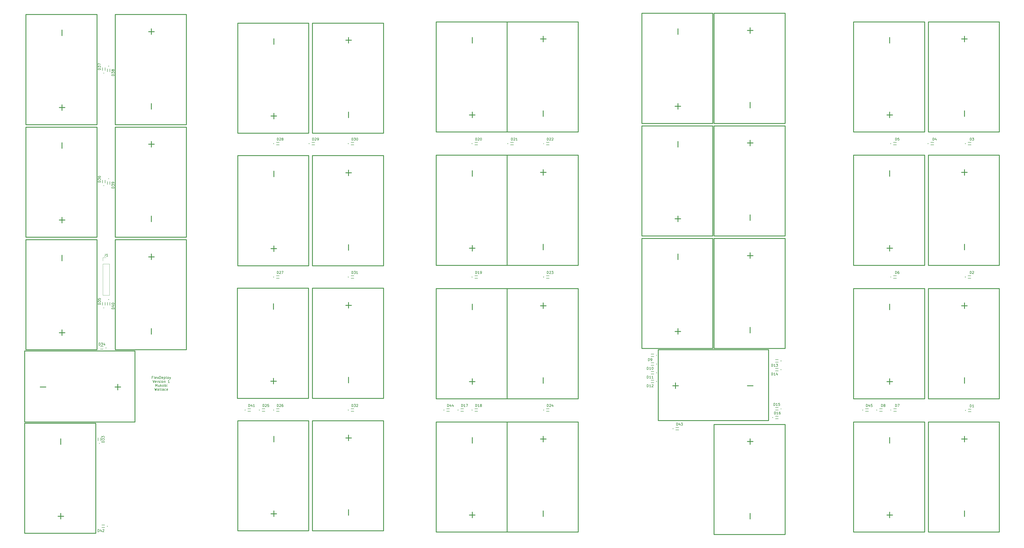
<source format=gto>
%TF.GenerationSoftware,KiCad,Pcbnew,7.0.8*%
%TF.CreationDate,2024-01-15T20:22:08-08:00*%
%TF.ProjectId,FlexDeploySidePanels,466c6578-4465-4706-9c6f-795369646550,rev?*%
%TF.SameCoordinates,Original*%
%TF.FileFunction,Legend,Top*%
%TF.FilePolarity,Positive*%
%FSLAX46Y46*%
G04 Gerber Fmt 4.6, Leading zero omitted, Abs format (unit mm)*
G04 Created by KiCad (PCBNEW 7.0.8) date 2024-01-15 20:22:08*
%MOMM*%
%LPD*%
G01*
G04 APERTURE LIST*
%ADD10C,0.150000*%
%ADD11C,0.300000*%
%ADD12C,0.127000*%
%ADD13C,0.200000*%
%ADD14C,0.120000*%
G04 APERTURE END LIST*
D10*
X147821427Y-248266009D02*
X147488094Y-248266009D01*
X147488094Y-248789819D02*
X147488094Y-247789819D01*
X147488094Y-247789819D02*
X147964284Y-247789819D01*
X148488094Y-248789819D02*
X148392856Y-248742200D01*
X148392856Y-248742200D02*
X148345237Y-248646961D01*
X148345237Y-248646961D02*
X148345237Y-247789819D01*
X149249999Y-248742200D02*
X149154761Y-248789819D01*
X149154761Y-248789819D02*
X148964285Y-248789819D01*
X148964285Y-248789819D02*
X148869047Y-248742200D01*
X148869047Y-248742200D02*
X148821428Y-248646961D01*
X148821428Y-248646961D02*
X148821428Y-248266009D01*
X148821428Y-248266009D02*
X148869047Y-248170771D01*
X148869047Y-248170771D02*
X148964285Y-248123152D01*
X148964285Y-248123152D02*
X149154761Y-248123152D01*
X149154761Y-248123152D02*
X149249999Y-248170771D01*
X149249999Y-248170771D02*
X149297618Y-248266009D01*
X149297618Y-248266009D02*
X149297618Y-248361247D01*
X149297618Y-248361247D02*
X148821428Y-248456485D01*
X149630952Y-248789819D02*
X150154761Y-248123152D01*
X149630952Y-248123152D02*
X150154761Y-248789819D01*
X150535714Y-248789819D02*
X150535714Y-247789819D01*
X150535714Y-247789819D02*
X150773809Y-247789819D01*
X150773809Y-247789819D02*
X150916666Y-247837438D01*
X150916666Y-247837438D02*
X151011904Y-247932676D01*
X151011904Y-247932676D02*
X151059523Y-248027914D01*
X151059523Y-248027914D02*
X151107142Y-248218390D01*
X151107142Y-248218390D02*
X151107142Y-248361247D01*
X151107142Y-248361247D02*
X151059523Y-248551723D01*
X151059523Y-248551723D02*
X151011904Y-248646961D01*
X151011904Y-248646961D02*
X150916666Y-248742200D01*
X150916666Y-248742200D02*
X150773809Y-248789819D01*
X150773809Y-248789819D02*
X150535714Y-248789819D01*
X151916666Y-248742200D02*
X151821428Y-248789819D01*
X151821428Y-248789819D02*
X151630952Y-248789819D01*
X151630952Y-248789819D02*
X151535714Y-248742200D01*
X151535714Y-248742200D02*
X151488095Y-248646961D01*
X151488095Y-248646961D02*
X151488095Y-248266009D01*
X151488095Y-248266009D02*
X151535714Y-248170771D01*
X151535714Y-248170771D02*
X151630952Y-248123152D01*
X151630952Y-248123152D02*
X151821428Y-248123152D01*
X151821428Y-248123152D02*
X151916666Y-248170771D01*
X151916666Y-248170771D02*
X151964285Y-248266009D01*
X151964285Y-248266009D02*
X151964285Y-248361247D01*
X151964285Y-248361247D02*
X151488095Y-248456485D01*
X152392857Y-248123152D02*
X152392857Y-249123152D01*
X152392857Y-248170771D02*
X152488095Y-248123152D01*
X152488095Y-248123152D02*
X152678571Y-248123152D01*
X152678571Y-248123152D02*
X152773809Y-248170771D01*
X152773809Y-248170771D02*
X152821428Y-248218390D01*
X152821428Y-248218390D02*
X152869047Y-248313628D01*
X152869047Y-248313628D02*
X152869047Y-248599342D01*
X152869047Y-248599342D02*
X152821428Y-248694580D01*
X152821428Y-248694580D02*
X152773809Y-248742200D01*
X152773809Y-248742200D02*
X152678571Y-248789819D01*
X152678571Y-248789819D02*
X152488095Y-248789819D01*
X152488095Y-248789819D02*
X152392857Y-248742200D01*
X153440476Y-248789819D02*
X153345238Y-248742200D01*
X153345238Y-248742200D02*
X153297619Y-248646961D01*
X153297619Y-248646961D02*
X153297619Y-247789819D01*
X153964286Y-248789819D02*
X153869048Y-248742200D01*
X153869048Y-248742200D02*
X153821429Y-248694580D01*
X153821429Y-248694580D02*
X153773810Y-248599342D01*
X153773810Y-248599342D02*
X153773810Y-248313628D01*
X153773810Y-248313628D02*
X153821429Y-248218390D01*
X153821429Y-248218390D02*
X153869048Y-248170771D01*
X153869048Y-248170771D02*
X153964286Y-248123152D01*
X153964286Y-248123152D02*
X154107143Y-248123152D01*
X154107143Y-248123152D02*
X154202381Y-248170771D01*
X154202381Y-248170771D02*
X154250000Y-248218390D01*
X154250000Y-248218390D02*
X154297619Y-248313628D01*
X154297619Y-248313628D02*
X154297619Y-248599342D01*
X154297619Y-248599342D02*
X154250000Y-248694580D01*
X154250000Y-248694580D02*
X154202381Y-248742200D01*
X154202381Y-248742200D02*
X154107143Y-248789819D01*
X154107143Y-248789819D02*
X153964286Y-248789819D01*
X154630953Y-248123152D02*
X154869048Y-248789819D01*
X155107143Y-248123152D02*
X154869048Y-248789819D01*
X154869048Y-248789819D02*
X154773810Y-249027914D01*
X154773810Y-249027914D02*
X154726191Y-249075533D01*
X154726191Y-249075533D02*
X154630953Y-249123152D01*
X147773809Y-249399819D02*
X148107142Y-250399819D01*
X148107142Y-250399819D02*
X148440475Y-249399819D01*
X149154761Y-250352200D02*
X149059523Y-250399819D01*
X149059523Y-250399819D02*
X148869047Y-250399819D01*
X148869047Y-250399819D02*
X148773809Y-250352200D01*
X148773809Y-250352200D02*
X148726190Y-250256961D01*
X148726190Y-250256961D02*
X148726190Y-249876009D01*
X148726190Y-249876009D02*
X148773809Y-249780771D01*
X148773809Y-249780771D02*
X148869047Y-249733152D01*
X148869047Y-249733152D02*
X149059523Y-249733152D01*
X149059523Y-249733152D02*
X149154761Y-249780771D01*
X149154761Y-249780771D02*
X149202380Y-249876009D01*
X149202380Y-249876009D02*
X149202380Y-249971247D01*
X149202380Y-249971247D02*
X148726190Y-250066485D01*
X149630952Y-250399819D02*
X149630952Y-249733152D01*
X149630952Y-249923628D02*
X149678571Y-249828390D01*
X149678571Y-249828390D02*
X149726190Y-249780771D01*
X149726190Y-249780771D02*
X149821428Y-249733152D01*
X149821428Y-249733152D02*
X149916666Y-249733152D01*
X150202381Y-250352200D02*
X150297619Y-250399819D01*
X150297619Y-250399819D02*
X150488095Y-250399819D01*
X150488095Y-250399819D02*
X150583333Y-250352200D01*
X150583333Y-250352200D02*
X150630952Y-250256961D01*
X150630952Y-250256961D02*
X150630952Y-250209342D01*
X150630952Y-250209342D02*
X150583333Y-250114104D01*
X150583333Y-250114104D02*
X150488095Y-250066485D01*
X150488095Y-250066485D02*
X150345238Y-250066485D01*
X150345238Y-250066485D02*
X150250000Y-250018866D01*
X150250000Y-250018866D02*
X150202381Y-249923628D01*
X150202381Y-249923628D02*
X150202381Y-249876009D01*
X150202381Y-249876009D02*
X150250000Y-249780771D01*
X150250000Y-249780771D02*
X150345238Y-249733152D01*
X150345238Y-249733152D02*
X150488095Y-249733152D01*
X150488095Y-249733152D02*
X150583333Y-249780771D01*
X151059524Y-250399819D02*
X151059524Y-249733152D01*
X151059524Y-249399819D02*
X151011905Y-249447438D01*
X151011905Y-249447438D02*
X151059524Y-249495057D01*
X151059524Y-249495057D02*
X151107143Y-249447438D01*
X151107143Y-249447438D02*
X151059524Y-249399819D01*
X151059524Y-249399819D02*
X151059524Y-249495057D01*
X151678571Y-250399819D02*
X151583333Y-250352200D01*
X151583333Y-250352200D02*
X151535714Y-250304580D01*
X151535714Y-250304580D02*
X151488095Y-250209342D01*
X151488095Y-250209342D02*
X151488095Y-249923628D01*
X151488095Y-249923628D02*
X151535714Y-249828390D01*
X151535714Y-249828390D02*
X151583333Y-249780771D01*
X151583333Y-249780771D02*
X151678571Y-249733152D01*
X151678571Y-249733152D02*
X151821428Y-249733152D01*
X151821428Y-249733152D02*
X151916666Y-249780771D01*
X151916666Y-249780771D02*
X151964285Y-249828390D01*
X151964285Y-249828390D02*
X152011904Y-249923628D01*
X152011904Y-249923628D02*
X152011904Y-250209342D01*
X152011904Y-250209342D02*
X151964285Y-250304580D01*
X151964285Y-250304580D02*
X151916666Y-250352200D01*
X151916666Y-250352200D02*
X151821428Y-250399819D01*
X151821428Y-250399819D02*
X151678571Y-250399819D01*
X152440476Y-249733152D02*
X152440476Y-250399819D01*
X152440476Y-249828390D02*
X152488095Y-249780771D01*
X152488095Y-249780771D02*
X152583333Y-249733152D01*
X152583333Y-249733152D02*
X152726190Y-249733152D01*
X152726190Y-249733152D02*
X152821428Y-249780771D01*
X152821428Y-249780771D02*
X152869047Y-249876009D01*
X152869047Y-249876009D02*
X152869047Y-250399819D01*
X154630952Y-250399819D02*
X154059524Y-250399819D01*
X154345238Y-250399819D02*
X154345238Y-249399819D01*
X154345238Y-249399819D02*
X154250000Y-249542676D01*
X154250000Y-249542676D02*
X154154762Y-249637914D01*
X154154762Y-249637914D02*
X154059524Y-249685533D01*
X148916667Y-252009819D02*
X148916667Y-251009819D01*
X148916667Y-251009819D02*
X149250000Y-251724104D01*
X149250000Y-251724104D02*
X149583333Y-251009819D01*
X149583333Y-251009819D02*
X149583333Y-252009819D01*
X150488095Y-251343152D02*
X150488095Y-252009819D01*
X150059524Y-251343152D02*
X150059524Y-251866961D01*
X150059524Y-251866961D02*
X150107143Y-251962200D01*
X150107143Y-251962200D02*
X150202381Y-252009819D01*
X150202381Y-252009819D02*
X150345238Y-252009819D01*
X150345238Y-252009819D02*
X150440476Y-251962200D01*
X150440476Y-251962200D02*
X150488095Y-251914580D01*
X150964286Y-252009819D02*
X150964286Y-251009819D01*
X151059524Y-251628866D02*
X151345238Y-252009819D01*
X151345238Y-251343152D02*
X150964286Y-251724104D01*
X151916667Y-252009819D02*
X151821429Y-251962200D01*
X151821429Y-251962200D02*
X151773810Y-251914580D01*
X151773810Y-251914580D02*
X151726191Y-251819342D01*
X151726191Y-251819342D02*
X151726191Y-251533628D01*
X151726191Y-251533628D02*
X151773810Y-251438390D01*
X151773810Y-251438390D02*
X151821429Y-251390771D01*
X151821429Y-251390771D02*
X151916667Y-251343152D01*
X151916667Y-251343152D02*
X152059524Y-251343152D01*
X152059524Y-251343152D02*
X152154762Y-251390771D01*
X152154762Y-251390771D02*
X152202381Y-251438390D01*
X152202381Y-251438390D02*
X152250000Y-251533628D01*
X152250000Y-251533628D02*
X152250000Y-251819342D01*
X152250000Y-251819342D02*
X152202381Y-251914580D01*
X152202381Y-251914580D02*
X152154762Y-251962200D01*
X152154762Y-251962200D02*
X152059524Y-252009819D01*
X152059524Y-252009819D02*
X151916667Y-252009819D01*
X152678572Y-252009819D02*
X152678572Y-251009819D01*
X152678572Y-251390771D02*
X152773810Y-251343152D01*
X152773810Y-251343152D02*
X152964286Y-251343152D01*
X152964286Y-251343152D02*
X153059524Y-251390771D01*
X153059524Y-251390771D02*
X153107143Y-251438390D01*
X153107143Y-251438390D02*
X153154762Y-251533628D01*
X153154762Y-251533628D02*
X153154762Y-251819342D01*
X153154762Y-251819342D02*
X153107143Y-251914580D01*
X153107143Y-251914580D02*
X153059524Y-251962200D01*
X153059524Y-251962200D02*
X152964286Y-252009819D01*
X152964286Y-252009819D02*
X152773810Y-252009819D01*
X152773810Y-252009819D02*
X152678572Y-251962200D01*
X153583334Y-252009819D02*
X153583334Y-251343152D01*
X153583334Y-251009819D02*
X153535715Y-251057438D01*
X153535715Y-251057438D02*
X153583334Y-251105057D01*
X153583334Y-251105057D02*
X153630953Y-251057438D01*
X153630953Y-251057438D02*
X153583334Y-251009819D01*
X153583334Y-251009819D02*
X153583334Y-251105057D01*
X148535714Y-252619819D02*
X148773809Y-253619819D01*
X148773809Y-253619819D02*
X148964285Y-252905533D01*
X148964285Y-252905533D02*
X149154761Y-253619819D01*
X149154761Y-253619819D02*
X149392857Y-252619819D01*
X150202380Y-253619819D02*
X150202380Y-253096009D01*
X150202380Y-253096009D02*
X150154761Y-253000771D01*
X150154761Y-253000771D02*
X150059523Y-252953152D01*
X150059523Y-252953152D02*
X149869047Y-252953152D01*
X149869047Y-252953152D02*
X149773809Y-253000771D01*
X150202380Y-253572200D02*
X150107142Y-253619819D01*
X150107142Y-253619819D02*
X149869047Y-253619819D01*
X149869047Y-253619819D02*
X149773809Y-253572200D01*
X149773809Y-253572200D02*
X149726190Y-253476961D01*
X149726190Y-253476961D02*
X149726190Y-253381723D01*
X149726190Y-253381723D02*
X149773809Y-253286485D01*
X149773809Y-253286485D02*
X149869047Y-253238866D01*
X149869047Y-253238866D02*
X150107142Y-253238866D01*
X150107142Y-253238866D02*
X150202380Y-253191247D01*
X150821428Y-253619819D02*
X150726190Y-253572200D01*
X150726190Y-253572200D02*
X150678571Y-253476961D01*
X150678571Y-253476961D02*
X150678571Y-252619819D01*
X151345238Y-253619819D02*
X151250000Y-253572200D01*
X151250000Y-253572200D02*
X151202381Y-253476961D01*
X151202381Y-253476961D02*
X151202381Y-252619819D01*
X152154762Y-253619819D02*
X152154762Y-253096009D01*
X152154762Y-253096009D02*
X152107143Y-253000771D01*
X152107143Y-253000771D02*
X152011905Y-252953152D01*
X152011905Y-252953152D02*
X151821429Y-252953152D01*
X151821429Y-252953152D02*
X151726191Y-253000771D01*
X152154762Y-253572200D02*
X152059524Y-253619819D01*
X152059524Y-253619819D02*
X151821429Y-253619819D01*
X151821429Y-253619819D02*
X151726191Y-253572200D01*
X151726191Y-253572200D02*
X151678572Y-253476961D01*
X151678572Y-253476961D02*
X151678572Y-253381723D01*
X151678572Y-253381723D02*
X151726191Y-253286485D01*
X151726191Y-253286485D02*
X151821429Y-253238866D01*
X151821429Y-253238866D02*
X152059524Y-253238866D01*
X152059524Y-253238866D02*
X152154762Y-253191247D01*
X153059524Y-253572200D02*
X152964286Y-253619819D01*
X152964286Y-253619819D02*
X152773810Y-253619819D01*
X152773810Y-253619819D02*
X152678572Y-253572200D01*
X152678572Y-253572200D02*
X152630953Y-253524580D01*
X152630953Y-253524580D02*
X152583334Y-253429342D01*
X152583334Y-253429342D02*
X152583334Y-253143628D01*
X152583334Y-253143628D02*
X152630953Y-253048390D01*
X152630953Y-253048390D02*
X152678572Y-253000771D01*
X152678572Y-253000771D02*
X152773810Y-252953152D01*
X152773810Y-252953152D02*
X152964286Y-252953152D01*
X152964286Y-252953152D02*
X153059524Y-253000771D01*
X153869048Y-253572200D02*
X153773810Y-253619819D01*
X153773810Y-253619819D02*
X153583334Y-253619819D01*
X153583334Y-253619819D02*
X153488096Y-253572200D01*
X153488096Y-253572200D02*
X153440477Y-253476961D01*
X153440477Y-253476961D02*
X153440477Y-253096009D01*
X153440477Y-253096009D02*
X153488096Y-253000771D01*
X153488096Y-253000771D02*
X153583334Y-252953152D01*
X153583334Y-252953152D02*
X153773810Y-252953152D01*
X153773810Y-252953152D02*
X153869048Y-253000771D01*
X153869048Y-253000771D02*
X153916667Y-253096009D01*
X153916667Y-253096009D02*
X153916667Y-253191247D01*
X153916667Y-253191247D02*
X153440477Y-253286485D01*
X401375714Y-259788819D02*
X401375714Y-258788819D01*
X401375714Y-258788819D02*
X401613809Y-258788819D01*
X401613809Y-258788819D02*
X401756666Y-258836438D01*
X401756666Y-258836438D02*
X401851904Y-258931676D01*
X401851904Y-258931676D02*
X401899523Y-259026914D01*
X401899523Y-259026914D02*
X401947142Y-259217390D01*
X401947142Y-259217390D02*
X401947142Y-259360247D01*
X401947142Y-259360247D02*
X401899523Y-259550723D01*
X401899523Y-259550723D02*
X401851904Y-259645961D01*
X401851904Y-259645961D02*
X401756666Y-259741200D01*
X401756666Y-259741200D02*
X401613809Y-259788819D01*
X401613809Y-259788819D02*
X401375714Y-259788819D01*
X402899523Y-259788819D02*
X402328095Y-259788819D01*
X402613809Y-259788819D02*
X402613809Y-258788819D01*
X402613809Y-258788819D02*
X402518571Y-258931676D01*
X402518571Y-258931676D02*
X402423333Y-259026914D01*
X402423333Y-259026914D02*
X402328095Y-259074533D01*
X403804285Y-258788819D02*
X403328095Y-258788819D01*
X403328095Y-258788819D02*
X403280476Y-259265009D01*
X403280476Y-259265009D02*
X403328095Y-259217390D01*
X403328095Y-259217390D02*
X403423333Y-259169771D01*
X403423333Y-259169771D02*
X403661428Y-259169771D01*
X403661428Y-259169771D02*
X403756666Y-259217390D01*
X403756666Y-259217390D02*
X403804285Y-259265009D01*
X403804285Y-259265009D02*
X403851904Y-259360247D01*
X403851904Y-259360247D02*
X403851904Y-259598342D01*
X403851904Y-259598342D02*
X403804285Y-259693580D01*
X403804285Y-259693580D02*
X403756666Y-259741200D01*
X403756666Y-259741200D02*
X403661428Y-259788819D01*
X403661428Y-259788819D02*
X403423333Y-259788819D01*
X403423333Y-259788819D02*
X403328095Y-259741200D01*
X403328095Y-259741200D02*
X403280476Y-259693580D01*
X451066905Y-260274819D02*
X451066905Y-259274819D01*
X451066905Y-259274819D02*
X451305000Y-259274819D01*
X451305000Y-259274819D02*
X451447857Y-259322438D01*
X451447857Y-259322438D02*
X451543095Y-259417676D01*
X451543095Y-259417676D02*
X451590714Y-259512914D01*
X451590714Y-259512914D02*
X451638333Y-259703390D01*
X451638333Y-259703390D02*
X451638333Y-259846247D01*
X451638333Y-259846247D02*
X451590714Y-260036723D01*
X451590714Y-260036723D02*
X451543095Y-260131961D01*
X451543095Y-260131961D02*
X451447857Y-260227200D01*
X451447857Y-260227200D02*
X451305000Y-260274819D01*
X451305000Y-260274819D02*
X451066905Y-260274819D01*
X451971667Y-259274819D02*
X452638333Y-259274819D01*
X452638333Y-259274819D02*
X452209762Y-260274819D01*
D11*
X479229400Y-274642857D02*
X479229400Y-272357143D01*
X480372257Y-273500000D02*
X478086542Y-273500000D01*
X479229400Y-305142857D02*
X479229400Y-302857143D01*
X307229400Y-111142857D02*
X307229400Y-108857143D01*
X308372257Y-110000000D02*
X306086542Y-110000000D01*
X307229400Y-141642857D02*
X307229400Y-139357143D01*
X147229400Y-108142857D02*
X147229400Y-105857143D01*
X148372257Y-107000000D02*
X146086542Y-107000000D01*
X147229400Y-138642857D02*
X147229400Y-136357143D01*
D10*
X349660714Y-245073391D02*
X349660714Y-244073391D01*
X349660714Y-244073391D02*
X349898809Y-244073391D01*
X349898809Y-244073391D02*
X350041666Y-244121010D01*
X350041666Y-244121010D02*
X350136904Y-244216248D01*
X350136904Y-244216248D02*
X350184523Y-244311486D01*
X350184523Y-244311486D02*
X350232142Y-244501962D01*
X350232142Y-244501962D02*
X350232142Y-244644819D01*
X350232142Y-244644819D02*
X350184523Y-244835295D01*
X350184523Y-244835295D02*
X350136904Y-244930533D01*
X350136904Y-244930533D02*
X350041666Y-245025772D01*
X350041666Y-245025772D02*
X349898809Y-245073391D01*
X349898809Y-245073391D02*
X349660714Y-245073391D01*
X351184523Y-245073391D02*
X350613095Y-245073391D01*
X350898809Y-245073391D02*
X350898809Y-244073391D01*
X350898809Y-244073391D02*
X350803571Y-244216248D01*
X350803571Y-244216248D02*
X350708333Y-244311486D01*
X350708333Y-244311486D02*
X350613095Y-244359105D01*
X351803571Y-244073391D02*
X351898809Y-244073391D01*
X351898809Y-244073391D02*
X351994047Y-244121010D01*
X351994047Y-244121010D02*
X352041666Y-244168629D01*
X352041666Y-244168629D02*
X352089285Y-244263867D01*
X352089285Y-244263867D02*
X352136904Y-244454343D01*
X352136904Y-244454343D02*
X352136904Y-244692438D01*
X352136904Y-244692438D02*
X352089285Y-244882914D01*
X352089285Y-244882914D02*
X352041666Y-244978152D01*
X352041666Y-244978152D02*
X351994047Y-245025772D01*
X351994047Y-245025772D02*
X351898809Y-245073391D01*
X351898809Y-245073391D02*
X351803571Y-245073391D01*
X351803571Y-245073391D02*
X351708333Y-245025772D01*
X351708333Y-245025772D02*
X351660714Y-244978152D01*
X351660714Y-244978152D02*
X351613095Y-244882914D01*
X351613095Y-244882914D02*
X351565476Y-244692438D01*
X351565476Y-244692438D02*
X351565476Y-244454343D01*
X351565476Y-244454343D02*
X351613095Y-244263867D01*
X351613095Y-244263867D02*
X351660714Y-244168629D01*
X351660714Y-244168629D02*
X351708333Y-244121010D01*
X351708333Y-244121010D02*
X351803571Y-244073391D01*
X128416666Y-197784819D02*
X128416666Y-198499104D01*
X128416666Y-198499104D02*
X128369047Y-198641961D01*
X128369047Y-198641961D02*
X128273809Y-198737200D01*
X128273809Y-198737200D02*
X128130952Y-198784819D01*
X128130952Y-198784819D02*
X128035714Y-198784819D01*
X129416666Y-198784819D02*
X128845238Y-198784819D01*
X129130952Y-198784819D02*
X129130952Y-197784819D01*
X129130952Y-197784819D02*
X129035714Y-197927676D01*
X129035714Y-197927676D02*
X128940476Y-198022914D01*
X128940476Y-198022914D02*
X128845238Y-198070533D01*
D11*
X278229400Y-220642857D02*
X278229400Y-218357143D01*
X278229400Y-251142857D02*
X278229400Y-248857143D01*
X279372257Y-250000000D02*
X277086542Y-250000000D01*
D10*
X439140714Y-260274819D02*
X439140714Y-259274819D01*
X439140714Y-259274819D02*
X439378809Y-259274819D01*
X439378809Y-259274819D02*
X439521666Y-259322438D01*
X439521666Y-259322438D02*
X439616904Y-259417676D01*
X439616904Y-259417676D02*
X439664523Y-259512914D01*
X439664523Y-259512914D02*
X439712142Y-259703390D01*
X439712142Y-259703390D02*
X439712142Y-259846247D01*
X439712142Y-259846247D02*
X439664523Y-260036723D01*
X439664523Y-260036723D02*
X439616904Y-260131961D01*
X439616904Y-260131961D02*
X439521666Y-260227200D01*
X439521666Y-260227200D02*
X439378809Y-260274819D01*
X439378809Y-260274819D02*
X439140714Y-260274819D01*
X440569285Y-259608152D02*
X440569285Y-260274819D01*
X440331190Y-259227200D02*
X440093095Y-259941485D01*
X440093095Y-259941485D02*
X440712142Y-259941485D01*
X441569285Y-259274819D02*
X441093095Y-259274819D01*
X441093095Y-259274819D02*
X441045476Y-259751009D01*
X441045476Y-259751009D02*
X441093095Y-259703390D01*
X441093095Y-259703390D02*
X441188333Y-259655771D01*
X441188333Y-259655771D02*
X441426428Y-259655771D01*
X441426428Y-259655771D02*
X441521666Y-259703390D01*
X441521666Y-259703390D02*
X441569285Y-259751009D01*
X441569285Y-259751009D02*
X441616904Y-259846247D01*
X441616904Y-259846247D02*
X441616904Y-260084342D01*
X441616904Y-260084342D02*
X441569285Y-260179580D01*
X441569285Y-260179580D02*
X441521666Y-260227200D01*
X441521666Y-260227200D02*
X441426428Y-260274819D01*
X441426428Y-260274819D02*
X441188333Y-260274819D01*
X441188333Y-260274819D02*
X441093095Y-260227200D01*
X441093095Y-260227200D02*
X441045476Y-260179580D01*
X350136905Y-241511963D02*
X350136905Y-240511963D01*
X350136905Y-240511963D02*
X350375000Y-240511963D01*
X350375000Y-240511963D02*
X350517857Y-240559582D01*
X350517857Y-240559582D02*
X350613095Y-240654820D01*
X350613095Y-240654820D02*
X350660714Y-240750058D01*
X350660714Y-240750058D02*
X350708333Y-240940534D01*
X350708333Y-240940534D02*
X350708333Y-241083391D01*
X350708333Y-241083391D02*
X350660714Y-241273867D01*
X350660714Y-241273867D02*
X350613095Y-241369105D01*
X350613095Y-241369105D02*
X350517857Y-241464344D01*
X350517857Y-241464344D02*
X350375000Y-241511963D01*
X350375000Y-241511963D02*
X350136905Y-241511963D01*
X351184524Y-241511963D02*
X351375000Y-241511963D01*
X351375000Y-241511963D02*
X351470238Y-241464344D01*
X351470238Y-241464344D02*
X351517857Y-241416724D01*
X351517857Y-241416724D02*
X351613095Y-241273867D01*
X351613095Y-241273867D02*
X351660714Y-241083391D01*
X351660714Y-241083391D02*
X351660714Y-240702439D01*
X351660714Y-240702439D02*
X351613095Y-240607201D01*
X351613095Y-240607201D02*
X351565476Y-240559582D01*
X351565476Y-240559582D02*
X351470238Y-240511963D01*
X351470238Y-240511963D02*
X351279762Y-240511963D01*
X351279762Y-240511963D02*
X351184524Y-240559582D01*
X351184524Y-240559582D02*
X351136905Y-240607201D01*
X351136905Y-240607201D02*
X351089286Y-240702439D01*
X351089286Y-240702439D02*
X351089286Y-240940534D01*
X351089286Y-240940534D02*
X351136905Y-241035772D01*
X351136905Y-241035772D02*
X351184524Y-241083391D01*
X351184524Y-241083391D02*
X351279762Y-241131010D01*
X351279762Y-241131010D02*
X351470238Y-241131010D01*
X351470238Y-241131010D02*
X351565476Y-241083391D01*
X351565476Y-241083391D02*
X351613095Y-241035772D01*
X351613095Y-241035772D02*
X351660714Y-240940534D01*
D11*
X391729400Y-138142857D02*
X391729400Y-135857143D01*
X391729400Y-107642857D02*
X391729400Y-105357143D01*
X392872257Y-106500000D02*
X390586542Y-106500000D01*
X278229400Y-305642857D02*
X278229400Y-303357143D01*
X279372257Y-304500000D02*
X277086542Y-304500000D01*
X278229400Y-275142857D02*
X278229400Y-272857143D01*
D10*
X126416819Y-218442285D02*
X125416819Y-218442285D01*
X125416819Y-218442285D02*
X125416819Y-218204190D01*
X125416819Y-218204190D02*
X125464438Y-218061333D01*
X125464438Y-218061333D02*
X125559676Y-217966095D01*
X125559676Y-217966095D02*
X125654914Y-217918476D01*
X125654914Y-217918476D02*
X125845390Y-217870857D01*
X125845390Y-217870857D02*
X125988247Y-217870857D01*
X125988247Y-217870857D02*
X126178723Y-217918476D01*
X126178723Y-217918476D02*
X126273961Y-217966095D01*
X126273961Y-217966095D02*
X126369200Y-218061333D01*
X126369200Y-218061333D02*
X126416819Y-218204190D01*
X126416819Y-218204190D02*
X126416819Y-218442285D01*
X125416819Y-217537523D02*
X125416819Y-216918476D01*
X125416819Y-216918476D02*
X125797771Y-217251809D01*
X125797771Y-217251809D02*
X125797771Y-217108952D01*
X125797771Y-217108952D02*
X125845390Y-217013714D01*
X125845390Y-217013714D02*
X125893009Y-216966095D01*
X125893009Y-216966095D02*
X125988247Y-216918476D01*
X125988247Y-216918476D02*
X126226342Y-216918476D01*
X126226342Y-216918476D02*
X126321580Y-216966095D01*
X126321580Y-216966095D02*
X126369200Y-217013714D01*
X126369200Y-217013714D02*
X126416819Y-217108952D01*
X126416819Y-217108952D02*
X126416819Y-217394666D01*
X126416819Y-217394666D02*
X126369200Y-217489904D01*
X126369200Y-217489904D02*
X126321580Y-217537523D01*
X125416819Y-216013714D02*
X125416819Y-216489904D01*
X125416819Y-216489904D02*
X125893009Y-216537523D01*
X125893009Y-216537523D02*
X125845390Y-216489904D01*
X125845390Y-216489904D02*
X125797771Y-216394666D01*
X125797771Y-216394666D02*
X125797771Y-216156571D01*
X125797771Y-216156571D02*
X125845390Y-216061333D01*
X125845390Y-216061333D02*
X125893009Y-216013714D01*
X125893009Y-216013714D02*
X125988247Y-215966095D01*
X125988247Y-215966095D02*
X126226342Y-215966095D01*
X126226342Y-215966095D02*
X126321580Y-216013714D01*
X126321580Y-216013714D02*
X126369200Y-216061333D01*
X126369200Y-216061333D02*
X126416819Y-216156571D01*
X126416819Y-216156571D02*
X126416819Y-216394666D01*
X126416819Y-216394666D02*
X126369200Y-216489904D01*
X126369200Y-216489904D02*
X126321580Y-216537523D01*
X126416819Y-122499285D02*
X125416819Y-122499285D01*
X125416819Y-122499285D02*
X125416819Y-122261190D01*
X125416819Y-122261190D02*
X125464438Y-122118333D01*
X125464438Y-122118333D02*
X125559676Y-122023095D01*
X125559676Y-122023095D02*
X125654914Y-121975476D01*
X125654914Y-121975476D02*
X125845390Y-121927857D01*
X125845390Y-121927857D02*
X125988247Y-121927857D01*
X125988247Y-121927857D02*
X126178723Y-121975476D01*
X126178723Y-121975476D02*
X126273961Y-122023095D01*
X126273961Y-122023095D02*
X126369200Y-122118333D01*
X126369200Y-122118333D02*
X126416819Y-122261190D01*
X126416819Y-122261190D02*
X126416819Y-122499285D01*
X125416819Y-121594523D02*
X125416819Y-120975476D01*
X125416819Y-120975476D02*
X125797771Y-121308809D01*
X125797771Y-121308809D02*
X125797771Y-121165952D01*
X125797771Y-121165952D02*
X125845390Y-121070714D01*
X125845390Y-121070714D02*
X125893009Y-121023095D01*
X125893009Y-121023095D02*
X125988247Y-120975476D01*
X125988247Y-120975476D02*
X126226342Y-120975476D01*
X126226342Y-120975476D02*
X126321580Y-121023095D01*
X126321580Y-121023095D02*
X126369200Y-121070714D01*
X126369200Y-121070714D02*
X126416819Y-121165952D01*
X126416819Y-121165952D02*
X126416819Y-121451666D01*
X126416819Y-121451666D02*
X126369200Y-121546904D01*
X126369200Y-121546904D02*
X126321580Y-121594523D01*
X125416819Y-120642142D02*
X125416819Y-119975476D01*
X125416819Y-119975476D02*
X126416819Y-120404047D01*
D11*
X362229400Y-184642857D02*
X362229400Y-182357143D01*
X363372257Y-183500000D02*
X361086542Y-183500000D01*
X362229400Y-154142857D02*
X362229400Y-151857143D01*
X197229400Y-274642857D02*
X197229400Y-272357143D01*
X197229400Y-305142857D02*
X197229400Y-302857143D01*
X198372257Y-304000000D02*
X196086542Y-304000000D01*
D10*
X400480714Y-243803391D02*
X400480714Y-242803391D01*
X400480714Y-242803391D02*
X400718809Y-242803391D01*
X400718809Y-242803391D02*
X400861666Y-242851010D01*
X400861666Y-242851010D02*
X400956904Y-242946248D01*
X400956904Y-242946248D02*
X401004523Y-243041486D01*
X401004523Y-243041486D02*
X401052142Y-243231962D01*
X401052142Y-243231962D02*
X401052142Y-243374819D01*
X401052142Y-243374819D02*
X401004523Y-243565295D01*
X401004523Y-243565295D02*
X400956904Y-243660533D01*
X400956904Y-243660533D02*
X400861666Y-243755772D01*
X400861666Y-243755772D02*
X400718809Y-243803391D01*
X400718809Y-243803391D02*
X400480714Y-243803391D01*
X402004523Y-243803391D02*
X401433095Y-243803391D01*
X401718809Y-243803391D02*
X401718809Y-242803391D01*
X401718809Y-242803391D02*
X401623571Y-242946248D01*
X401623571Y-242946248D02*
X401528333Y-243041486D01*
X401528333Y-243041486D02*
X401433095Y-243089105D01*
X402337857Y-242803391D02*
X402956904Y-242803391D01*
X402956904Y-242803391D02*
X402623571Y-243184343D01*
X402623571Y-243184343D02*
X402766428Y-243184343D01*
X402766428Y-243184343D02*
X402861666Y-243231962D01*
X402861666Y-243231962D02*
X402909285Y-243279581D01*
X402909285Y-243279581D02*
X402956904Y-243374819D01*
X402956904Y-243374819D02*
X402956904Y-243612914D01*
X402956904Y-243612914D02*
X402909285Y-243708152D01*
X402909285Y-243708152D02*
X402861666Y-243755772D01*
X402861666Y-243755772D02*
X402766428Y-243803391D01*
X402766428Y-243803391D02*
X402480714Y-243803391D01*
X402480714Y-243803391D02*
X402385476Y-243755772D01*
X402385476Y-243755772D02*
X402337857Y-243708152D01*
D11*
X101857142Y-252229400D02*
X104142857Y-252229400D01*
X132357142Y-252229400D02*
X134642857Y-252229400D01*
X133499999Y-253372257D02*
X133499999Y-251086542D01*
X278229400Y-111642857D02*
X278229400Y-109357143D01*
X278229400Y-142142857D02*
X278229400Y-139857143D01*
X279372257Y-141000000D02*
X277086542Y-141000000D01*
X448729400Y-196642857D02*
X448729400Y-194357143D01*
X449872257Y-195500000D02*
X447586542Y-195500000D01*
X448729400Y-166142857D02*
X448729400Y-163857143D01*
D10*
X361670714Y-267894819D02*
X361670714Y-266894819D01*
X361670714Y-266894819D02*
X361908809Y-266894819D01*
X361908809Y-266894819D02*
X362051666Y-266942438D01*
X362051666Y-266942438D02*
X362146904Y-267037676D01*
X362146904Y-267037676D02*
X362194523Y-267132914D01*
X362194523Y-267132914D02*
X362242142Y-267323390D01*
X362242142Y-267323390D02*
X362242142Y-267466247D01*
X362242142Y-267466247D02*
X362194523Y-267656723D01*
X362194523Y-267656723D02*
X362146904Y-267751961D01*
X362146904Y-267751961D02*
X362051666Y-267847200D01*
X362051666Y-267847200D02*
X361908809Y-267894819D01*
X361908809Y-267894819D02*
X361670714Y-267894819D01*
X363099285Y-267228152D02*
X363099285Y-267894819D01*
X362861190Y-266847200D02*
X362623095Y-267561485D01*
X362623095Y-267561485D02*
X363242142Y-267561485D01*
X363527857Y-266894819D02*
X364146904Y-266894819D01*
X364146904Y-266894819D02*
X363813571Y-267275771D01*
X363813571Y-267275771D02*
X363956428Y-267275771D01*
X363956428Y-267275771D02*
X364051666Y-267323390D01*
X364051666Y-267323390D02*
X364099285Y-267371009D01*
X364099285Y-267371009D02*
X364146904Y-267466247D01*
X364146904Y-267466247D02*
X364146904Y-267704342D01*
X364146904Y-267704342D02*
X364099285Y-267799580D01*
X364099285Y-267799580D02*
X364051666Y-267847200D01*
X364051666Y-267847200D02*
X363956428Y-267894819D01*
X363956428Y-267894819D02*
X363670714Y-267894819D01*
X363670714Y-267894819D02*
X363575476Y-267847200D01*
X363575476Y-267847200D02*
X363527857Y-267799580D01*
D11*
X362229400Y-230642857D02*
X362229400Y-228357143D01*
X363372257Y-229500000D02*
X361086542Y-229500000D01*
X362229400Y-200142857D02*
X362229400Y-197857143D01*
D10*
X186895714Y-260274819D02*
X186895714Y-259274819D01*
X186895714Y-259274819D02*
X187133809Y-259274819D01*
X187133809Y-259274819D02*
X187276666Y-259322438D01*
X187276666Y-259322438D02*
X187371904Y-259417676D01*
X187371904Y-259417676D02*
X187419523Y-259512914D01*
X187419523Y-259512914D02*
X187467142Y-259703390D01*
X187467142Y-259703390D02*
X187467142Y-259846247D01*
X187467142Y-259846247D02*
X187419523Y-260036723D01*
X187419523Y-260036723D02*
X187371904Y-260131961D01*
X187371904Y-260131961D02*
X187276666Y-260227200D01*
X187276666Y-260227200D02*
X187133809Y-260274819D01*
X187133809Y-260274819D02*
X186895714Y-260274819D01*
X188324285Y-259608152D02*
X188324285Y-260274819D01*
X188086190Y-259227200D02*
X187848095Y-259941485D01*
X187848095Y-259941485D02*
X188467142Y-259941485D01*
X189371904Y-260274819D02*
X188800476Y-260274819D01*
X189086190Y-260274819D02*
X189086190Y-259274819D01*
X189086190Y-259274819D02*
X188990952Y-259417676D01*
X188990952Y-259417676D02*
X188895714Y-259512914D01*
X188895714Y-259512914D02*
X188800476Y-259560533D01*
X308815714Y-260274819D02*
X308815714Y-259274819D01*
X308815714Y-259274819D02*
X309053809Y-259274819D01*
X309053809Y-259274819D02*
X309196666Y-259322438D01*
X309196666Y-259322438D02*
X309291904Y-259417676D01*
X309291904Y-259417676D02*
X309339523Y-259512914D01*
X309339523Y-259512914D02*
X309387142Y-259703390D01*
X309387142Y-259703390D02*
X309387142Y-259846247D01*
X309387142Y-259846247D02*
X309339523Y-260036723D01*
X309339523Y-260036723D02*
X309291904Y-260131961D01*
X309291904Y-260131961D02*
X309196666Y-260227200D01*
X309196666Y-260227200D02*
X309053809Y-260274819D01*
X309053809Y-260274819D02*
X308815714Y-260274819D01*
X309768095Y-259370057D02*
X309815714Y-259322438D01*
X309815714Y-259322438D02*
X309910952Y-259274819D01*
X309910952Y-259274819D02*
X310149047Y-259274819D01*
X310149047Y-259274819D02*
X310244285Y-259322438D01*
X310244285Y-259322438D02*
X310291904Y-259370057D01*
X310291904Y-259370057D02*
X310339523Y-259465295D01*
X310339523Y-259465295D02*
X310339523Y-259560533D01*
X310339523Y-259560533D02*
X310291904Y-259703390D01*
X310291904Y-259703390D02*
X309720476Y-260274819D01*
X309720476Y-260274819D02*
X310339523Y-260274819D01*
X311196666Y-259608152D02*
X311196666Y-260274819D01*
X310958571Y-259227200D02*
X310720476Y-259941485D01*
X310720476Y-259941485D02*
X311339523Y-259941485D01*
X126416819Y-168499285D02*
X125416819Y-168499285D01*
X125416819Y-168499285D02*
X125416819Y-168261190D01*
X125416819Y-168261190D02*
X125464438Y-168118333D01*
X125464438Y-168118333D02*
X125559676Y-168023095D01*
X125559676Y-168023095D02*
X125654914Y-167975476D01*
X125654914Y-167975476D02*
X125845390Y-167927857D01*
X125845390Y-167927857D02*
X125988247Y-167927857D01*
X125988247Y-167927857D02*
X126178723Y-167975476D01*
X126178723Y-167975476D02*
X126273961Y-168023095D01*
X126273961Y-168023095D02*
X126369200Y-168118333D01*
X126369200Y-168118333D02*
X126416819Y-168261190D01*
X126416819Y-168261190D02*
X126416819Y-168499285D01*
X125416819Y-167594523D02*
X125416819Y-166975476D01*
X125416819Y-166975476D02*
X125797771Y-167308809D01*
X125797771Y-167308809D02*
X125797771Y-167165952D01*
X125797771Y-167165952D02*
X125845390Y-167070714D01*
X125845390Y-167070714D02*
X125893009Y-167023095D01*
X125893009Y-167023095D02*
X125988247Y-166975476D01*
X125988247Y-166975476D02*
X126226342Y-166975476D01*
X126226342Y-166975476D02*
X126321580Y-167023095D01*
X126321580Y-167023095D02*
X126369200Y-167070714D01*
X126369200Y-167070714D02*
X126416819Y-167165952D01*
X126416819Y-167165952D02*
X126416819Y-167451666D01*
X126416819Y-167451666D02*
X126369200Y-167546904D01*
X126369200Y-167546904D02*
X126321580Y-167594523D01*
X125416819Y-166118333D02*
X125416819Y-166308809D01*
X125416819Y-166308809D02*
X125464438Y-166404047D01*
X125464438Y-166404047D02*
X125512057Y-166451666D01*
X125512057Y-166451666D02*
X125654914Y-166546904D01*
X125654914Y-166546904D02*
X125845390Y-166594523D01*
X125845390Y-166594523D02*
X126226342Y-166594523D01*
X126226342Y-166594523D02*
X126321580Y-166546904D01*
X126321580Y-166546904D02*
X126369200Y-166499285D01*
X126369200Y-166499285D02*
X126416819Y-166404047D01*
X126416819Y-166404047D02*
X126416819Y-166213571D01*
X126416819Y-166213571D02*
X126369200Y-166118333D01*
X126369200Y-166118333D02*
X126321580Y-166070714D01*
X126321580Y-166070714D02*
X126226342Y-166023095D01*
X126226342Y-166023095D02*
X125988247Y-166023095D01*
X125988247Y-166023095D02*
X125893009Y-166070714D01*
X125893009Y-166070714D02*
X125845390Y-166118333D01*
X125845390Y-166118333D02*
X125797771Y-166213571D01*
X125797771Y-166213571D02*
X125797771Y-166404047D01*
X125797771Y-166404047D02*
X125845390Y-166499285D01*
X125845390Y-166499285D02*
X125893009Y-166546904D01*
X125893009Y-166546904D02*
X125988247Y-166594523D01*
D11*
X227729400Y-196309523D02*
X227729400Y-194023809D01*
X227729400Y-165809523D02*
X227729400Y-163523809D01*
X228872257Y-164666666D02*
X226586542Y-164666666D01*
D10*
X349660714Y-248634819D02*
X349660714Y-247634819D01*
X349660714Y-247634819D02*
X349898809Y-247634819D01*
X349898809Y-247634819D02*
X350041666Y-247682438D01*
X350041666Y-247682438D02*
X350136904Y-247777676D01*
X350136904Y-247777676D02*
X350184523Y-247872914D01*
X350184523Y-247872914D02*
X350232142Y-248063390D01*
X350232142Y-248063390D02*
X350232142Y-248206247D01*
X350232142Y-248206247D02*
X350184523Y-248396723D01*
X350184523Y-248396723D02*
X350136904Y-248491961D01*
X350136904Y-248491961D02*
X350041666Y-248587200D01*
X350041666Y-248587200D02*
X349898809Y-248634819D01*
X349898809Y-248634819D02*
X349660714Y-248634819D01*
X351184523Y-248634819D02*
X350613095Y-248634819D01*
X350898809Y-248634819D02*
X350898809Y-247634819D01*
X350898809Y-247634819D02*
X350803571Y-247777676D01*
X350803571Y-247777676D02*
X350708333Y-247872914D01*
X350708333Y-247872914D02*
X350613095Y-247920533D01*
X352136904Y-248634819D02*
X351565476Y-248634819D01*
X351851190Y-248634819D02*
X351851190Y-247634819D01*
X351851190Y-247634819D02*
X351755952Y-247777676D01*
X351755952Y-247777676D02*
X351660714Y-247872914D01*
X351660714Y-247872914D02*
X351565476Y-247920533D01*
X198556714Y-205904819D02*
X198556714Y-204904819D01*
X198556714Y-204904819D02*
X198794809Y-204904819D01*
X198794809Y-204904819D02*
X198937666Y-204952438D01*
X198937666Y-204952438D02*
X199032904Y-205047676D01*
X199032904Y-205047676D02*
X199080523Y-205142914D01*
X199080523Y-205142914D02*
X199128142Y-205333390D01*
X199128142Y-205333390D02*
X199128142Y-205476247D01*
X199128142Y-205476247D02*
X199080523Y-205666723D01*
X199080523Y-205666723D02*
X199032904Y-205761961D01*
X199032904Y-205761961D02*
X198937666Y-205857200D01*
X198937666Y-205857200D02*
X198794809Y-205904819D01*
X198794809Y-205904819D02*
X198556714Y-205904819D01*
X199509095Y-205000057D02*
X199556714Y-204952438D01*
X199556714Y-204952438D02*
X199651952Y-204904819D01*
X199651952Y-204904819D02*
X199890047Y-204904819D01*
X199890047Y-204904819D02*
X199985285Y-204952438D01*
X199985285Y-204952438D02*
X200032904Y-205000057D01*
X200032904Y-205000057D02*
X200080523Y-205095295D01*
X200080523Y-205095295D02*
X200080523Y-205190533D01*
X200080523Y-205190533D02*
X200032904Y-205333390D01*
X200032904Y-205333390D02*
X199461476Y-205904819D01*
X199461476Y-205904819D02*
X200080523Y-205904819D01*
X200413857Y-204904819D02*
X201080523Y-204904819D01*
X201080523Y-204904819D02*
X200651952Y-205904819D01*
X198556714Y-151404819D02*
X198556714Y-150404819D01*
X198556714Y-150404819D02*
X198794809Y-150404819D01*
X198794809Y-150404819D02*
X198937666Y-150452438D01*
X198937666Y-150452438D02*
X199032904Y-150547676D01*
X199032904Y-150547676D02*
X199080523Y-150642914D01*
X199080523Y-150642914D02*
X199128142Y-150833390D01*
X199128142Y-150833390D02*
X199128142Y-150976247D01*
X199128142Y-150976247D02*
X199080523Y-151166723D01*
X199080523Y-151166723D02*
X199032904Y-151261961D01*
X199032904Y-151261961D02*
X198937666Y-151357200D01*
X198937666Y-151357200D02*
X198794809Y-151404819D01*
X198794809Y-151404819D02*
X198556714Y-151404819D01*
X199509095Y-150500057D02*
X199556714Y-150452438D01*
X199556714Y-150452438D02*
X199651952Y-150404819D01*
X199651952Y-150404819D02*
X199890047Y-150404819D01*
X199890047Y-150404819D02*
X199985285Y-150452438D01*
X199985285Y-150452438D02*
X200032904Y-150500057D01*
X200032904Y-150500057D02*
X200080523Y-150595295D01*
X200080523Y-150595295D02*
X200080523Y-150690533D01*
X200080523Y-150690533D02*
X200032904Y-150833390D01*
X200032904Y-150833390D02*
X199461476Y-151404819D01*
X199461476Y-151404819D02*
X200080523Y-151404819D01*
X200651952Y-150833390D02*
X200556714Y-150785771D01*
X200556714Y-150785771D02*
X200509095Y-150738152D01*
X200509095Y-150738152D02*
X200461476Y-150642914D01*
X200461476Y-150642914D02*
X200461476Y-150595295D01*
X200461476Y-150595295D02*
X200509095Y-150500057D01*
X200509095Y-150500057D02*
X200556714Y-150452438D01*
X200556714Y-150452438D02*
X200651952Y-150404819D01*
X200651952Y-150404819D02*
X200842428Y-150404819D01*
X200842428Y-150404819D02*
X200937666Y-150452438D01*
X200937666Y-150452438D02*
X200985285Y-150500057D01*
X200985285Y-150500057D02*
X201032904Y-150595295D01*
X201032904Y-150595295D02*
X201032904Y-150642914D01*
X201032904Y-150642914D02*
X200985285Y-150738152D01*
X200985285Y-150738152D02*
X200937666Y-150785771D01*
X200937666Y-150785771D02*
X200842428Y-150833390D01*
X200842428Y-150833390D02*
X200651952Y-150833390D01*
X200651952Y-150833390D02*
X200556714Y-150881009D01*
X200556714Y-150881009D02*
X200509095Y-150928628D01*
X200509095Y-150928628D02*
X200461476Y-151023866D01*
X200461476Y-151023866D02*
X200461476Y-151214342D01*
X200461476Y-151214342D02*
X200509095Y-151309580D01*
X200509095Y-151309580D02*
X200556714Y-151357200D01*
X200556714Y-151357200D02*
X200651952Y-151404819D01*
X200651952Y-151404819D02*
X200842428Y-151404819D01*
X200842428Y-151404819D02*
X200937666Y-151357200D01*
X200937666Y-151357200D02*
X200985285Y-151309580D01*
X200985285Y-151309580D02*
X201032904Y-151214342D01*
X201032904Y-151214342D02*
X201032904Y-151023866D01*
X201032904Y-151023866D02*
X200985285Y-150928628D01*
X200985285Y-150928628D02*
X200937666Y-150881009D01*
X200937666Y-150881009D02*
X200842428Y-150833390D01*
D11*
X391729400Y-275652857D02*
X391729400Y-273367143D01*
X392872257Y-274510000D02*
X390586542Y-274510000D01*
X391729400Y-306152857D02*
X391729400Y-303867143D01*
X390607142Y-251689400D02*
X392892857Y-251689400D01*
X360107142Y-251689400D02*
X362392857Y-251689400D01*
X361249999Y-252832257D02*
X361249999Y-250546542D01*
D10*
X349660714Y-252196247D02*
X349660714Y-251196247D01*
X349660714Y-251196247D02*
X349898809Y-251196247D01*
X349898809Y-251196247D02*
X350041666Y-251243866D01*
X350041666Y-251243866D02*
X350136904Y-251339104D01*
X350136904Y-251339104D02*
X350184523Y-251434342D01*
X350184523Y-251434342D02*
X350232142Y-251624818D01*
X350232142Y-251624818D02*
X350232142Y-251767675D01*
X350232142Y-251767675D02*
X350184523Y-251958151D01*
X350184523Y-251958151D02*
X350136904Y-252053389D01*
X350136904Y-252053389D02*
X350041666Y-252148628D01*
X350041666Y-252148628D02*
X349898809Y-252196247D01*
X349898809Y-252196247D02*
X349660714Y-252196247D01*
X351184523Y-252196247D02*
X350613095Y-252196247D01*
X350898809Y-252196247D02*
X350898809Y-251196247D01*
X350898809Y-251196247D02*
X350803571Y-251339104D01*
X350803571Y-251339104D02*
X350708333Y-251434342D01*
X350708333Y-251434342D02*
X350613095Y-251481961D01*
X351565476Y-251291485D02*
X351613095Y-251243866D01*
X351613095Y-251243866D02*
X351708333Y-251196247D01*
X351708333Y-251196247D02*
X351946428Y-251196247D01*
X351946428Y-251196247D02*
X352041666Y-251243866D01*
X352041666Y-251243866D02*
X352089285Y-251291485D01*
X352089285Y-251291485D02*
X352136904Y-251386723D01*
X352136904Y-251386723D02*
X352136904Y-251481961D01*
X352136904Y-251481961D02*
X352089285Y-251624818D01*
X352089285Y-251624818D02*
X351517857Y-252196247D01*
X351517857Y-252196247D02*
X352136904Y-252196247D01*
X451046905Y-151404819D02*
X451046905Y-150404819D01*
X451046905Y-150404819D02*
X451285000Y-150404819D01*
X451285000Y-150404819D02*
X451427857Y-150452438D01*
X451427857Y-150452438D02*
X451523095Y-150547676D01*
X451523095Y-150547676D02*
X451570714Y-150642914D01*
X451570714Y-150642914D02*
X451618333Y-150833390D01*
X451618333Y-150833390D02*
X451618333Y-150976247D01*
X451618333Y-150976247D02*
X451570714Y-151166723D01*
X451570714Y-151166723D02*
X451523095Y-151261961D01*
X451523095Y-151261961D02*
X451427857Y-151357200D01*
X451427857Y-151357200D02*
X451285000Y-151404819D01*
X451285000Y-151404819D02*
X451046905Y-151404819D01*
X452523095Y-150404819D02*
X452046905Y-150404819D01*
X452046905Y-150404819D02*
X451999286Y-150881009D01*
X451999286Y-150881009D02*
X452046905Y-150833390D01*
X452046905Y-150833390D02*
X452142143Y-150785771D01*
X452142143Y-150785771D02*
X452380238Y-150785771D01*
X452380238Y-150785771D02*
X452475476Y-150833390D01*
X452475476Y-150833390D02*
X452523095Y-150881009D01*
X452523095Y-150881009D02*
X452570714Y-150976247D01*
X452570714Y-150976247D02*
X452570714Y-151214342D01*
X452570714Y-151214342D02*
X452523095Y-151309580D01*
X452523095Y-151309580D02*
X452475476Y-151357200D01*
X452475476Y-151357200D02*
X452380238Y-151404819D01*
X452380238Y-151404819D02*
X452142143Y-151404819D01*
X452142143Y-151404819D02*
X452046905Y-151357200D01*
X452046905Y-151357200D02*
X451999286Y-151309580D01*
X132026819Y-220312285D02*
X131026819Y-220312285D01*
X131026819Y-220312285D02*
X131026819Y-220074190D01*
X131026819Y-220074190D02*
X131074438Y-219931333D01*
X131074438Y-219931333D02*
X131169676Y-219836095D01*
X131169676Y-219836095D02*
X131264914Y-219788476D01*
X131264914Y-219788476D02*
X131455390Y-219740857D01*
X131455390Y-219740857D02*
X131598247Y-219740857D01*
X131598247Y-219740857D02*
X131788723Y-219788476D01*
X131788723Y-219788476D02*
X131883961Y-219836095D01*
X131883961Y-219836095D02*
X131979200Y-219931333D01*
X131979200Y-219931333D02*
X132026819Y-220074190D01*
X132026819Y-220074190D02*
X132026819Y-220312285D01*
X131360152Y-218883714D02*
X132026819Y-218883714D01*
X130979200Y-219121809D02*
X131693485Y-219359904D01*
X131693485Y-219359904D02*
X131693485Y-218740857D01*
X131026819Y-218169428D02*
X131026819Y-218074190D01*
X131026819Y-218074190D02*
X131074438Y-217978952D01*
X131074438Y-217978952D02*
X131122057Y-217931333D01*
X131122057Y-217931333D02*
X131217295Y-217883714D01*
X131217295Y-217883714D02*
X131407771Y-217836095D01*
X131407771Y-217836095D02*
X131645866Y-217836095D01*
X131645866Y-217836095D02*
X131836342Y-217883714D01*
X131836342Y-217883714D02*
X131931580Y-217931333D01*
X131931580Y-217931333D02*
X131979200Y-217978952D01*
X131979200Y-217978952D02*
X132026819Y-218074190D01*
X132026819Y-218074190D02*
X132026819Y-218169428D01*
X132026819Y-218169428D02*
X131979200Y-218264666D01*
X131979200Y-218264666D02*
X131931580Y-218312285D01*
X131931580Y-218312285D02*
X131836342Y-218359904D01*
X131836342Y-218359904D02*
X131645866Y-218407523D01*
X131645866Y-218407523D02*
X131407771Y-218407523D01*
X131407771Y-218407523D02*
X131217295Y-218359904D01*
X131217295Y-218359904D02*
X131122057Y-218312285D01*
X131122057Y-218312285D02*
X131074438Y-218264666D01*
X131074438Y-218264666D02*
X131026819Y-218169428D01*
X198556714Y-260274819D02*
X198556714Y-259274819D01*
X198556714Y-259274819D02*
X198794809Y-259274819D01*
X198794809Y-259274819D02*
X198937666Y-259322438D01*
X198937666Y-259322438D02*
X199032904Y-259417676D01*
X199032904Y-259417676D02*
X199080523Y-259512914D01*
X199080523Y-259512914D02*
X199128142Y-259703390D01*
X199128142Y-259703390D02*
X199128142Y-259846247D01*
X199128142Y-259846247D02*
X199080523Y-260036723D01*
X199080523Y-260036723D02*
X199032904Y-260131961D01*
X199032904Y-260131961D02*
X198937666Y-260227200D01*
X198937666Y-260227200D02*
X198794809Y-260274819D01*
X198794809Y-260274819D02*
X198556714Y-260274819D01*
X199509095Y-259370057D02*
X199556714Y-259322438D01*
X199556714Y-259322438D02*
X199651952Y-259274819D01*
X199651952Y-259274819D02*
X199890047Y-259274819D01*
X199890047Y-259274819D02*
X199985285Y-259322438D01*
X199985285Y-259322438D02*
X200032904Y-259370057D01*
X200032904Y-259370057D02*
X200080523Y-259465295D01*
X200080523Y-259465295D02*
X200080523Y-259560533D01*
X200080523Y-259560533D02*
X200032904Y-259703390D01*
X200032904Y-259703390D02*
X199461476Y-260274819D01*
X199461476Y-260274819D02*
X200080523Y-260274819D01*
X200937666Y-259274819D02*
X200747190Y-259274819D01*
X200747190Y-259274819D02*
X200651952Y-259322438D01*
X200651952Y-259322438D02*
X200604333Y-259370057D01*
X200604333Y-259370057D02*
X200509095Y-259512914D01*
X200509095Y-259512914D02*
X200461476Y-259703390D01*
X200461476Y-259703390D02*
X200461476Y-260084342D01*
X200461476Y-260084342D02*
X200509095Y-260179580D01*
X200509095Y-260179580D02*
X200556714Y-260227200D01*
X200556714Y-260227200D02*
X200651952Y-260274819D01*
X200651952Y-260274819D02*
X200842428Y-260274819D01*
X200842428Y-260274819D02*
X200937666Y-260227200D01*
X200937666Y-260227200D02*
X200985285Y-260179580D01*
X200985285Y-260179580D02*
X201032904Y-260084342D01*
X201032904Y-260084342D02*
X201032904Y-259846247D01*
X201032904Y-259846247D02*
X200985285Y-259751009D01*
X200985285Y-259751009D02*
X200937666Y-259703390D01*
X200937666Y-259703390D02*
X200842428Y-259655771D01*
X200842428Y-259655771D02*
X200651952Y-259655771D01*
X200651952Y-259655771D02*
X200556714Y-259703390D01*
X200556714Y-259703390D02*
X200509095Y-259751009D01*
X200509095Y-259751009D02*
X200461476Y-259846247D01*
D11*
X197079400Y-220476189D02*
X197079400Y-218190475D01*
X197079400Y-250976189D02*
X197079400Y-248690475D01*
X198222257Y-249833332D02*
X195936542Y-249833332D01*
D10*
X268106714Y-260274819D02*
X268106714Y-259274819D01*
X268106714Y-259274819D02*
X268344809Y-259274819D01*
X268344809Y-259274819D02*
X268487666Y-259322438D01*
X268487666Y-259322438D02*
X268582904Y-259417676D01*
X268582904Y-259417676D02*
X268630523Y-259512914D01*
X268630523Y-259512914D02*
X268678142Y-259703390D01*
X268678142Y-259703390D02*
X268678142Y-259846247D01*
X268678142Y-259846247D02*
X268630523Y-260036723D01*
X268630523Y-260036723D02*
X268582904Y-260131961D01*
X268582904Y-260131961D02*
X268487666Y-260227200D01*
X268487666Y-260227200D02*
X268344809Y-260274819D01*
X268344809Y-260274819D02*
X268106714Y-260274819D01*
X269535285Y-259608152D02*
X269535285Y-260274819D01*
X269297190Y-259227200D02*
X269059095Y-259941485D01*
X269059095Y-259941485D02*
X269678142Y-259941485D01*
X270487666Y-259608152D02*
X270487666Y-260274819D01*
X270249571Y-259227200D02*
X270011476Y-259941485D01*
X270011476Y-259941485D02*
X270630523Y-259941485D01*
X294199214Y-151404819D02*
X294199214Y-150404819D01*
X294199214Y-150404819D02*
X294437309Y-150404819D01*
X294437309Y-150404819D02*
X294580166Y-150452438D01*
X294580166Y-150452438D02*
X294675404Y-150547676D01*
X294675404Y-150547676D02*
X294723023Y-150642914D01*
X294723023Y-150642914D02*
X294770642Y-150833390D01*
X294770642Y-150833390D02*
X294770642Y-150976247D01*
X294770642Y-150976247D02*
X294723023Y-151166723D01*
X294723023Y-151166723D02*
X294675404Y-151261961D01*
X294675404Y-151261961D02*
X294580166Y-151357200D01*
X294580166Y-151357200D02*
X294437309Y-151404819D01*
X294437309Y-151404819D02*
X294199214Y-151404819D01*
X295151595Y-150500057D02*
X295199214Y-150452438D01*
X295199214Y-150452438D02*
X295294452Y-150404819D01*
X295294452Y-150404819D02*
X295532547Y-150404819D01*
X295532547Y-150404819D02*
X295627785Y-150452438D01*
X295627785Y-150452438D02*
X295675404Y-150500057D01*
X295675404Y-150500057D02*
X295723023Y-150595295D01*
X295723023Y-150595295D02*
X295723023Y-150690533D01*
X295723023Y-150690533D02*
X295675404Y-150833390D01*
X295675404Y-150833390D02*
X295103976Y-151404819D01*
X295103976Y-151404819D02*
X295723023Y-151404819D01*
X296675404Y-151404819D02*
X296103976Y-151404819D01*
X296389690Y-151404819D02*
X296389690Y-150404819D01*
X296389690Y-150404819D02*
X296294452Y-150547676D01*
X296294452Y-150547676D02*
X296199214Y-150642914D01*
X296199214Y-150642914D02*
X296103976Y-150690533D01*
D11*
X448729400Y-251142857D02*
X448729400Y-248857143D01*
X449872257Y-250000000D02*
X447586542Y-250000000D01*
X448729400Y-220642857D02*
X448729400Y-218357143D01*
D10*
X279582714Y-205904819D02*
X279582714Y-204904819D01*
X279582714Y-204904819D02*
X279820809Y-204904819D01*
X279820809Y-204904819D02*
X279963666Y-204952438D01*
X279963666Y-204952438D02*
X280058904Y-205047676D01*
X280058904Y-205047676D02*
X280106523Y-205142914D01*
X280106523Y-205142914D02*
X280154142Y-205333390D01*
X280154142Y-205333390D02*
X280154142Y-205476247D01*
X280154142Y-205476247D02*
X280106523Y-205666723D01*
X280106523Y-205666723D02*
X280058904Y-205761961D01*
X280058904Y-205761961D02*
X279963666Y-205857200D01*
X279963666Y-205857200D02*
X279820809Y-205904819D01*
X279820809Y-205904819D02*
X279582714Y-205904819D01*
X281106523Y-205904819D02*
X280535095Y-205904819D01*
X280820809Y-205904819D02*
X280820809Y-204904819D01*
X280820809Y-204904819D02*
X280725571Y-205047676D01*
X280725571Y-205047676D02*
X280630333Y-205142914D01*
X280630333Y-205142914D02*
X280535095Y-205190533D01*
X281582714Y-205904819D02*
X281773190Y-205904819D01*
X281773190Y-205904819D02*
X281868428Y-205857200D01*
X281868428Y-205857200D02*
X281916047Y-205809580D01*
X281916047Y-205809580D02*
X282011285Y-205666723D01*
X282011285Y-205666723D02*
X282058904Y-205476247D01*
X282058904Y-205476247D02*
X282058904Y-205095295D01*
X282058904Y-205095295D02*
X282011285Y-205000057D01*
X282011285Y-205000057D02*
X281963666Y-204952438D01*
X281963666Y-204952438D02*
X281868428Y-204904819D01*
X281868428Y-204904819D02*
X281677952Y-204904819D01*
X281677952Y-204904819D02*
X281582714Y-204952438D01*
X281582714Y-204952438D02*
X281535095Y-205000057D01*
X281535095Y-205000057D02*
X281487476Y-205095295D01*
X281487476Y-205095295D02*
X281487476Y-205333390D01*
X281487476Y-205333390D02*
X281535095Y-205428628D01*
X281535095Y-205428628D02*
X281582714Y-205476247D01*
X281582714Y-205476247D02*
X281677952Y-205523866D01*
X281677952Y-205523866D02*
X281868428Y-205523866D01*
X281868428Y-205523866D02*
X281963666Y-205476247D01*
X281963666Y-205476247D02*
X282011285Y-205428628D01*
X282011285Y-205428628D02*
X282058904Y-205333390D01*
D11*
X391729400Y-153642857D02*
X391729400Y-151357143D01*
X392872257Y-152500000D02*
X390586542Y-152500000D01*
X391729400Y-184142857D02*
X391729400Y-181857143D01*
D10*
X127962819Y-274772285D02*
X126962819Y-274772285D01*
X126962819Y-274772285D02*
X126962819Y-274534190D01*
X126962819Y-274534190D02*
X127010438Y-274391333D01*
X127010438Y-274391333D02*
X127105676Y-274296095D01*
X127105676Y-274296095D02*
X127200914Y-274248476D01*
X127200914Y-274248476D02*
X127391390Y-274200857D01*
X127391390Y-274200857D02*
X127534247Y-274200857D01*
X127534247Y-274200857D02*
X127724723Y-274248476D01*
X127724723Y-274248476D02*
X127819961Y-274296095D01*
X127819961Y-274296095D02*
X127915200Y-274391333D01*
X127915200Y-274391333D02*
X127962819Y-274534190D01*
X127962819Y-274534190D02*
X127962819Y-274772285D01*
X126962819Y-273867523D02*
X126962819Y-273248476D01*
X126962819Y-273248476D02*
X127343771Y-273581809D01*
X127343771Y-273581809D02*
X127343771Y-273438952D01*
X127343771Y-273438952D02*
X127391390Y-273343714D01*
X127391390Y-273343714D02*
X127439009Y-273296095D01*
X127439009Y-273296095D02*
X127534247Y-273248476D01*
X127534247Y-273248476D02*
X127772342Y-273248476D01*
X127772342Y-273248476D02*
X127867580Y-273296095D01*
X127867580Y-273296095D02*
X127915200Y-273343714D01*
X127915200Y-273343714D02*
X127962819Y-273438952D01*
X127962819Y-273438952D02*
X127962819Y-273724666D01*
X127962819Y-273724666D02*
X127915200Y-273819904D01*
X127915200Y-273819904D02*
X127867580Y-273867523D01*
X126962819Y-272915142D02*
X126962819Y-272296095D01*
X126962819Y-272296095D02*
X127343771Y-272629428D01*
X127343771Y-272629428D02*
X127343771Y-272486571D01*
X127343771Y-272486571D02*
X127391390Y-272391333D01*
X127391390Y-272391333D02*
X127439009Y-272343714D01*
X127439009Y-272343714D02*
X127534247Y-272296095D01*
X127534247Y-272296095D02*
X127772342Y-272296095D01*
X127772342Y-272296095D02*
X127867580Y-272343714D01*
X127867580Y-272343714D02*
X127915200Y-272391333D01*
X127915200Y-272391333D02*
X127962819Y-272486571D01*
X127962819Y-272486571D02*
X127962819Y-272772285D01*
X127962819Y-272772285D02*
X127915200Y-272867523D01*
X127915200Y-272867523D02*
X127867580Y-272915142D01*
D11*
X110729400Y-108642857D02*
X110729400Y-106357143D01*
X110729400Y-139142857D02*
X110729400Y-136857143D01*
X111872257Y-138000000D02*
X109586542Y-138000000D01*
X147229400Y-184642857D02*
X147229400Y-182357143D01*
X147229400Y-154142857D02*
X147229400Y-151857143D01*
X148372257Y-153000000D02*
X146086542Y-153000000D01*
D10*
X229036714Y-260274819D02*
X229036714Y-259274819D01*
X229036714Y-259274819D02*
X229274809Y-259274819D01*
X229274809Y-259274819D02*
X229417666Y-259322438D01*
X229417666Y-259322438D02*
X229512904Y-259417676D01*
X229512904Y-259417676D02*
X229560523Y-259512914D01*
X229560523Y-259512914D02*
X229608142Y-259703390D01*
X229608142Y-259703390D02*
X229608142Y-259846247D01*
X229608142Y-259846247D02*
X229560523Y-260036723D01*
X229560523Y-260036723D02*
X229512904Y-260131961D01*
X229512904Y-260131961D02*
X229417666Y-260227200D01*
X229417666Y-260227200D02*
X229274809Y-260274819D01*
X229274809Y-260274819D02*
X229036714Y-260274819D01*
X229941476Y-259274819D02*
X230560523Y-259274819D01*
X230560523Y-259274819D02*
X230227190Y-259655771D01*
X230227190Y-259655771D02*
X230370047Y-259655771D01*
X230370047Y-259655771D02*
X230465285Y-259703390D01*
X230465285Y-259703390D02*
X230512904Y-259751009D01*
X230512904Y-259751009D02*
X230560523Y-259846247D01*
X230560523Y-259846247D02*
X230560523Y-260084342D01*
X230560523Y-260084342D02*
X230512904Y-260179580D01*
X230512904Y-260179580D02*
X230465285Y-260227200D01*
X230465285Y-260227200D02*
X230370047Y-260274819D01*
X230370047Y-260274819D02*
X230084333Y-260274819D01*
X230084333Y-260274819D02*
X229989095Y-260227200D01*
X229989095Y-260227200D02*
X229941476Y-260179580D01*
X230941476Y-259370057D02*
X230989095Y-259322438D01*
X230989095Y-259322438D02*
X231084333Y-259274819D01*
X231084333Y-259274819D02*
X231322428Y-259274819D01*
X231322428Y-259274819D02*
X231417666Y-259322438D01*
X231417666Y-259322438D02*
X231465285Y-259370057D01*
X231465285Y-259370057D02*
X231512904Y-259465295D01*
X231512904Y-259465295D02*
X231512904Y-259560533D01*
X231512904Y-259560533D02*
X231465285Y-259703390D01*
X231465285Y-259703390D02*
X230893857Y-260274819D01*
X230893857Y-260274819D02*
X231512904Y-260274819D01*
D11*
X110729400Y-200642857D02*
X110729400Y-198357143D01*
X110729400Y-231142857D02*
X110729400Y-228857143D01*
X111872257Y-230000000D02*
X109586542Y-230000000D01*
X391729400Y-199642857D02*
X391729400Y-197357143D01*
X392872257Y-198500000D02*
X390586542Y-198500000D01*
X391729400Y-230142857D02*
X391729400Y-227857143D01*
X197229400Y-112142857D02*
X197229400Y-109857143D01*
X197229400Y-142642857D02*
X197229400Y-140357143D01*
X198372257Y-141500000D02*
X196086542Y-141500000D01*
D10*
X132026819Y-124929285D02*
X131026819Y-124929285D01*
X131026819Y-124929285D02*
X131026819Y-124691190D01*
X131026819Y-124691190D02*
X131074438Y-124548333D01*
X131074438Y-124548333D02*
X131169676Y-124453095D01*
X131169676Y-124453095D02*
X131264914Y-124405476D01*
X131264914Y-124405476D02*
X131455390Y-124357857D01*
X131455390Y-124357857D02*
X131598247Y-124357857D01*
X131598247Y-124357857D02*
X131788723Y-124405476D01*
X131788723Y-124405476D02*
X131883961Y-124453095D01*
X131883961Y-124453095D02*
X131979200Y-124548333D01*
X131979200Y-124548333D02*
X132026819Y-124691190D01*
X132026819Y-124691190D02*
X132026819Y-124929285D01*
X131026819Y-124024523D02*
X131026819Y-123405476D01*
X131026819Y-123405476D02*
X131407771Y-123738809D01*
X131407771Y-123738809D02*
X131407771Y-123595952D01*
X131407771Y-123595952D02*
X131455390Y-123500714D01*
X131455390Y-123500714D02*
X131503009Y-123453095D01*
X131503009Y-123453095D02*
X131598247Y-123405476D01*
X131598247Y-123405476D02*
X131836342Y-123405476D01*
X131836342Y-123405476D02*
X131931580Y-123453095D01*
X131931580Y-123453095D02*
X131979200Y-123500714D01*
X131979200Y-123500714D02*
X132026819Y-123595952D01*
X132026819Y-123595952D02*
X132026819Y-123881666D01*
X132026819Y-123881666D02*
X131979200Y-123976904D01*
X131979200Y-123976904D02*
X131931580Y-124024523D01*
X131455390Y-122834047D02*
X131407771Y-122929285D01*
X131407771Y-122929285D02*
X131360152Y-122976904D01*
X131360152Y-122976904D02*
X131264914Y-123024523D01*
X131264914Y-123024523D02*
X131217295Y-123024523D01*
X131217295Y-123024523D02*
X131122057Y-122976904D01*
X131122057Y-122976904D02*
X131074438Y-122929285D01*
X131074438Y-122929285D02*
X131026819Y-122834047D01*
X131026819Y-122834047D02*
X131026819Y-122643571D01*
X131026819Y-122643571D02*
X131074438Y-122548333D01*
X131074438Y-122548333D02*
X131122057Y-122500714D01*
X131122057Y-122500714D02*
X131217295Y-122453095D01*
X131217295Y-122453095D02*
X131264914Y-122453095D01*
X131264914Y-122453095D02*
X131360152Y-122500714D01*
X131360152Y-122500714D02*
X131407771Y-122548333D01*
X131407771Y-122548333D02*
X131455390Y-122643571D01*
X131455390Y-122643571D02*
X131455390Y-122834047D01*
X131455390Y-122834047D02*
X131503009Y-122929285D01*
X131503009Y-122929285D02*
X131550628Y-122976904D01*
X131550628Y-122976904D02*
X131645866Y-123024523D01*
X131645866Y-123024523D02*
X131836342Y-123024523D01*
X131836342Y-123024523D02*
X131931580Y-122976904D01*
X131931580Y-122976904D02*
X131979200Y-122929285D01*
X131979200Y-122929285D02*
X132026819Y-122834047D01*
X132026819Y-122834047D02*
X132026819Y-122643571D01*
X132026819Y-122643571D02*
X131979200Y-122548333D01*
X131979200Y-122548333D02*
X131931580Y-122500714D01*
X131931580Y-122500714D02*
X131836342Y-122453095D01*
X131836342Y-122453095D02*
X131645866Y-122453095D01*
X131645866Y-122453095D02*
X131550628Y-122500714D01*
X131550628Y-122500714D02*
X131503009Y-122548333D01*
X131503009Y-122548333D02*
X131455390Y-122643571D01*
D11*
X479229400Y-196142857D02*
X479229400Y-193857143D01*
X479229400Y-165642857D02*
X479229400Y-163357143D01*
X480372257Y-164500000D02*
X478086542Y-164500000D01*
X227729400Y-274142857D02*
X227729400Y-271857143D01*
X228872257Y-273000000D02*
X226586542Y-273000000D01*
X227729400Y-304642857D02*
X227729400Y-302357143D01*
D10*
X481526905Y-151404819D02*
X481526905Y-150404819D01*
X481526905Y-150404819D02*
X481765000Y-150404819D01*
X481765000Y-150404819D02*
X481907857Y-150452438D01*
X481907857Y-150452438D02*
X482003095Y-150547676D01*
X482003095Y-150547676D02*
X482050714Y-150642914D01*
X482050714Y-150642914D02*
X482098333Y-150833390D01*
X482098333Y-150833390D02*
X482098333Y-150976247D01*
X482098333Y-150976247D02*
X482050714Y-151166723D01*
X482050714Y-151166723D02*
X482003095Y-151261961D01*
X482003095Y-151261961D02*
X481907857Y-151357200D01*
X481907857Y-151357200D02*
X481765000Y-151404819D01*
X481765000Y-151404819D02*
X481526905Y-151404819D01*
X482431667Y-150404819D02*
X483050714Y-150404819D01*
X483050714Y-150404819D02*
X482717381Y-150785771D01*
X482717381Y-150785771D02*
X482860238Y-150785771D01*
X482860238Y-150785771D02*
X482955476Y-150833390D01*
X482955476Y-150833390D02*
X483003095Y-150881009D01*
X483003095Y-150881009D02*
X483050714Y-150976247D01*
X483050714Y-150976247D02*
X483050714Y-151214342D01*
X483050714Y-151214342D02*
X483003095Y-151309580D01*
X483003095Y-151309580D02*
X482955476Y-151357200D01*
X482955476Y-151357200D02*
X482860238Y-151404819D01*
X482860238Y-151404819D02*
X482574524Y-151404819D01*
X482574524Y-151404819D02*
X482479286Y-151357200D01*
X482479286Y-151357200D02*
X482431667Y-151309580D01*
D11*
X227729400Y-250476189D02*
X227729400Y-248190475D01*
X227729400Y-219976189D02*
X227729400Y-217690475D01*
X228872257Y-218833332D02*
X226586542Y-218833332D01*
X448729400Y-111642857D02*
X448729400Y-109357143D01*
X448729400Y-142142857D02*
X448729400Y-139857143D01*
X449872257Y-141000000D02*
X447586542Y-141000000D01*
D10*
X308815714Y-205904819D02*
X308815714Y-204904819D01*
X308815714Y-204904819D02*
X309053809Y-204904819D01*
X309053809Y-204904819D02*
X309196666Y-204952438D01*
X309196666Y-204952438D02*
X309291904Y-205047676D01*
X309291904Y-205047676D02*
X309339523Y-205142914D01*
X309339523Y-205142914D02*
X309387142Y-205333390D01*
X309387142Y-205333390D02*
X309387142Y-205476247D01*
X309387142Y-205476247D02*
X309339523Y-205666723D01*
X309339523Y-205666723D02*
X309291904Y-205761961D01*
X309291904Y-205761961D02*
X309196666Y-205857200D01*
X309196666Y-205857200D02*
X309053809Y-205904819D01*
X309053809Y-205904819D02*
X308815714Y-205904819D01*
X309768095Y-205000057D02*
X309815714Y-204952438D01*
X309815714Y-204952438D02*
X309910952Y-204904819D01*
X309910952Y-204904819D02*
X310149047Y-204904819D01*
X310149047Y-204904819D02*
X310244285Y-204952438D01*
X310244285Y-204952438D02*
X310291904Y-205000057D01*
X310291904Y-205000057D02*
X310339523Y-205095295D01*
X310339523Y-205095295D02*
X310339523Y-205190533D01*
X310339523Y-205190533D02*
X310291904Y-205333390D01*
X310291904Y-205333390D02*
X309720476Y-205904819D01*
X309720476Y-205904819D02*
X310339523Y-205904819D01*
X310672857Y-204904819D02*
X311291904Y-204904819D01*
X311291904Y-204904819D02*
X310958571Y-205285771D01*
X310958571Y-205285771D02*
X311101428Y-205285771D01*
X311101428Y-205285771D02*
X311196666Y-205333390D01*
X311196666Y-205333390D02*
X311244285Y-205381009D01*
X311244285Y-205381009D02*
X311291904Y-205476247D01*
X311291904Y-205476247D02*
X311291904Y-205714342D01*
X311291904Y-205714342D02*
X311244285Y-205809580D01*
X311244285Y-205809580D02*
X311196666Y-205857200D01*
X311196666Y-205857200D02*
X311101428Y-205904819D01*
X311101428Y-205904819D02*
X310815714Y-205904819D01*
X310815714Y-205904819D02*
X310720476Y-205857200D01*
X310720476Y-205857200D02*
X310672857Y-205809580D01*
X481546905Y-260404819D02*
X481546905Y-259404819D01*
X481546905Y-259404819D02*
X481785000Y-259404819D01*
X481785000Y-259404819D02*
X481927857Y-259452438D01*
X481927857Y-259452438D02*
X482023095Y-259547676D01*
X482023095Y-259547676D02*
X482070714Y-259642914D01*
X482070714Y-259642914D02*
X482118333Y-259833390D01*
X482118333Y-259833390D02*
X482118333Y-259976247D01*
X482118333Y-259976247D02*
X482070714Y-260166723D01*
X482070714Y-260166723D02*
X482023095Y-260261961D01*
X482023095Y-260261961D02*
X481927857Y-260357200D01*
X481927857Y-260357200D02*
X481785000Y-260404819D01*
X481785000Y-260404819D02*
X481546905Y-260404819D01*
X483070714Y-260404819D02*
X482499286Y-260404819D01*
X482785000Y-260404819D02*
X482785000Y-259404819D01*
X482785000Y-259404819D02*
X482689762Y-259547676D01*
X482689762Y-259547676D02*
X482594524Y-259642914D01*
X482594524Y-259642914D02*
X482499286Y-259690533D01*
D11*
X278229400Y-166142857D02*
X278229400Y-163857143D01*
X278229400Y-196642857D02*
X278229400Y-194357143D01*
X279372257Y-195500000D02*
X277086542Y-195500000D01*
D10*
X213011714Y-151404819D02*
X213011714Y-150404819D01*
X213011714Y-150404819D02*
X213249809Y-150404819D01*
X213249809Y-150404819D02*
X213392666Y-150452438D01*
X213392666Y-150452438D02*
X213487904Y-150547676D01*
X213487904Y-150547676D02*
X213535523Y-150642914D01*
X213535523Y-150642914D02*
X213583142Y-150833390D01*
X213583142Y-150833390D02*
X213583142Y-150976247D01*
X213583142Y-150976247D02*
X213535523Y-151166723D01*
X213535523Y-151166723D02*
X213487904Y-151261961D01*
X213487904Y-151261961D02*
X213392666Y-151357200D01*
X213392666Y-151357200D02*
X213249809Y-151404819D01*
X213249809Y-151404819D02*
X213011714Y-151404819D01*
X213964095Y-150500057D02*
X214011714Y-150452438D01*
X214011714Y-150452438D02*
X214106952Y-150404819D01*
X214106952Y-150404819D02*
X214345047Y-150404819D01*
X214345047Y-150404819D02*
X214440285Y-150452438D01*
X214440285Y-150452438D02*
X214487904Y-150500057D01*
X214487904Y-150500057D02*
X214535523Y-150595295D01*
X214535523Y-150595295D02*
X214535523Y-150690533D01*
X214535523Y-150690533D02*
X214487904Y-150833390D01*
X214487904Y-150833390D02*
X213916476Y-151404819D01*
X213916476Y-151404819D02*
X214535523Y-151404819D01*
X215011714Y-151404819D02*
X215202190Y-151404819D01*
X215202190Y-151404819D02*
X215297428Y-151357200D01*
X215297428Y-151357200D02*
X215345047Y-151309580D01*
X215345047Y-151309580D02*
X215440285Y-151166723D01*
X215440285Y-151166723D02*
X215487904Y-150976247D01*
X215487904Y-150976247D02*
X215487904Y-150595295D01*
X215487904Y-150595295D02*
X215440285Y-150500057D01*
X215440285Y-150500057D02*
X215392666Y-150452438D01*
X215392666Y-150452438D02*
X215297428Y-150404819D01*
X215297428Y-150404819D02*
X215106952Y-150404819D01*
X215106952Y-150404819D02*
X215011714Y-150452438D01*
X215011714Y-150452438D02*
X214964095Y-150500057D01*
X214964095Y-150500057D02*
X214916476Y-150595295D01*
X214916476Y-150595295D02*
X214916476Y-150833390D01*
X214916476Y-150833390D02*
X214964095Y-150928628D01*
X214964095Y-150928628D02*
X215011714Y-150976247D01*
X215011714Y-150976247D02*
X215106952Y-151023866D01*
X215106952Y-151023866D02*
X215297428Y-151023866D01*
X215297428Y-151023866D02*
X215392666Y-150976247D01*
X215392666Y-150976247D02*
X215440285Y-150928628D01*
X215440285Y-150928628D02*
X215487904Y-150833390D01*
D11*
X307229400Y-196142857D02*
X307229400Y-193857143D01*
X307229400Y-165642857D02*
X307229400Y-163357143D01*
X308372257Y-164500000D02*
X306086542Y-164500000D01*
X362229400Y-138642857D02*
X362229400Y-136357143D01*
X363372257Y-137500000D02*
X361086542Y-137500000D01*
X362229400Y-108142857D02*
X362229400Y-105857143D01*
X448729400Y-305642857D02*
X448729400Y-303357143D01*
X449872257Y-304500000D02*
X447586542Y-304500000D01*
X448729400Y-275142857D02*
X448729400Y-272857143D01*
D10*
X125381714Y-311372819D02*
X125381714Y-310372819D01*
X125381714Y-310372819D02*
X125619809Y-310372819D01*
X125619809Y-310372819D02*
X125762666Y-310420438D01*
X125762666Y-310420438D02*
X125857904Y-310515676D01*
X125857904Y-310515676D02*
X125905523Y-310610914D01*
X125905523Y-310610914D02*
X125953142Y-310801390D01*
X125953142Y-310801390D02*
X125953142Y-310944247D01*
X125953142Y-310944247D02*
X125905523Y-311134723D01*
X125905523Y-311134723D02*
X125857904Y-311229961D01*
X125857904Y-311229961D02*
X125762666Y-311325200D01*
X125762666Y-311325200D02*
X125619809Y-311372819D01*
X125619809Y-311372819D02*
X125381714Y-311372819D01*
X126810285Y-310706152D02*
X126810285Y-311372819D01*
X126572190Y-310325200D02*
X126334095Y-311039485D01*
X126334095Y-311039485D02*
X126953142Y-311039485D01*
X127286476Y-310468057D02*
X127334095Y-310420438D01*
X127334095Y-310420438D02*
X127429333Y-310372819D01*
X127429333Y-310372819D02*
X127667428Y-310372819D01*
X127667428Y-310372819D02*
X127762666Y-310420438D01*
X127762666Y-310420438D02*
X127810285Y-310468057D01*
X127810285Y-310468057D02*
X127857904Y-310563295D01*
X127857904Y-310563295D02*
X127857904Y-310658533D01*
X127857904Y-310658533D02*
X127810285Y-310801390D01*
X127810285Y-310801390D02*
X127238857Y-311372819D01*
X127238857Y-311372819D02*
X127857904Y-311372819D01*
X229036714Y-151404819D02*
X229036714Y-150404819D01*
X229036714Y-150404819D02*
X229274809Y-150404819D01*
X229274809Y-150404819D02*
X229417666Y-150452438D01*
X229417666Y-150452438D02*
X229512904Y-150547676D01*
X229512904Y-150547676D02*
X229560523Y-150642914D01*
X229560523Y-150642914D02*
X229608142Y-150833390D01*
X229608142Y-150833390D02*
X229608142Y-150976247D01*
X229608142Y-150976247D02*
X229560523Y-151166723D01*
X229560523Y-151166723D02*
X229512904Y-151261961D01*
X229512904Y-151261961D02*
X229417666Y-151357200D01*
X229417666Y-151357200D02*
X229274809Y-151404819D01*
X229274809Y-151404819D02*
X229036714Y-151404819D01*
X229941476Y-150404819D02*
X230560523Y-150404819D01*
X230560523Y-150404819D02*
X230227190Y-150785771D01*
X230227190Y-150785771D02*
X230370047Y-150785771D01*
X230370047Y-150785771D02*
X230465285Y-150833390D01*
X230465285Y-150833390D02*
X230512904Y-150881009D01*
X230512904Y-150881009D02*
X230560523Y-150976247D01*
X230560523Y-150976247D02*
X230560523Y-151214342D01*
X230560523Y-151214342D02*
X230512904Y-151309580D01*
X230512904Y-151309580D02*
X230465285Y-151357200D01*
X230465285Y-151357200D02*
X230370047Y-151404819D01*
X230370047Y-151404819D02*
X230084333Y-151404819D01*
X230084333Y-151404819D02*
X229989095Y-151357200D01*
X229989095Y-151357200D02*
X229941476Y-151309580D01*
X231179571Y-150404819D02*
X231274809Y-150404819D01*
X231274809Y-150404819D02*
X231370047Y-150452438D01*
X231370047Y-150452438D02*
X231417666Y-150500057D01*
X231417666Y-150500057D02*
X231465285Y-150595295D01*
X231465285Y-150595295D02*
X231512904Y-150785771D01*
X231512904Y-150785771D02*
X231512904Y-151023866D01*
X231512904Y-151023866D02*
X231465285Y-151214342D01*
X231465285Y-151214342D02*
X231417666Y-151309580D01*
X231417666Y-151309580D02*
X231370047Y-151357200D01*
X231370047Y-151357200D02*
X231274809Y-151404819D01*
X231274809Y-151404819D02*
X231179571Y-151404819D01*
X231179571Y-151404819D02*
X231084333Y-151357200D01*
X231084333Y-151357200D02*
X231036714Y-151309580D01*
X231036714Y-151309580D02*
X230989095Y-151214342D01*
X230989095Y-151214342D02*
X230941476Y-151023866D01*
X230941476Y-151023866D02*
X230941476Y-150785771D01*
X230941476Y-150785771D02*
X230989095Y-150595295D01*
X230989095Y-150595295D02*
X231036714Y-150500057D01*
X231036714Y-150500057D02*
X231084333Y-150452438D01*
X231084333Y-150452438D02*
X231179571Y-150404819D01*
X481506905Y-205904819D02*
X481506905Y-204904819D01*
X481506905Y-204904819D02*
X481745000Y-204904819D01*
X481745000Y-204904819D02*
X481887857Y-204952438D01*
X481887857Y-204952438D02*
X481983095Y-205047676D01*
X481983095Y-205047676D02*
X482030714Y-205142914D01*
X482030714Y-205142914D02*
X482078333Y-205333390D01*
X482078333Y-205333390D02*
X482078333Y-205476247D01*
X482078333Y-205476247D02*
X482030714Y-205666723D01*
X482030714Y-205666723D02*
X481983095Y-205761961D01*
X481983095Y-205761961D02*
X481887857Y-205857200D01*
X481887857Y-205857200D02*
X481745000Y-205904819D01*
X481745000Y-205904819D02*
X481506905Y-205904819D01*
X482459286Y-205000057D02*
X482506905Y-204952438D01*
X482506905Y-204952438D02*
X482602143Y-204904819D01*
X482602143Y-204904819D02*
X482840238Y-204904819D01*
X482840238Y-204904819D02*
X482935476Y-204952438D01*
X482935476Y-204952438D02*
X482983095Y-205000057D01*
X482983095Y-205000057D02*
X483030714Y-205095295D01*
X483030714Y-205095295D02*
X483030714Y-205190533D01*
X483030714Y-205190533D02*
X482983095Y-205333390D01*
X482983095Y-205333390D02*
X482411667Y-205904819D01*
X482411667Y-205904819D02*
X483030714Y-205904819D01*
X192726214Y-260274819D02*
X192726214Y-259274819D01*
X192726214Y-259274819D02*
X192964309Y-259274819D01*
X192964309Y-259274819D02*
X193107166Y-259322438D01*
X193107166Y-259322438D02*
X193202404Y-259417676D01*
X193202404Y-259417676D02*
X193250023Y-259512914D01*
X193250023Y-259512914D02*
X193297642Y-259703390D01*
X193297642Y-259703390D02*
X193297642Y-259846247D01*
X193297642Y-259846247D02*
X193250023Y-260036723D01*
X193250023Y-260036723D02*
X193202404Y-260131961D01*
X193202404Y-260131961D02*
X193107166Y-260227200D01*
X193107166Y-260227200D02*
X192964309Y-260274819D01*
X192964309Y-260274819D02*
X192726214Y-260274819D01*
X193678595Y-259370057D02*
X193726214Y-259322438D01*
X193726214Y-259322438D02*
X193821452Y-259274819D01*
X193821452Y-259274819D02*
X194059547Y-259274819D01*
X194059547Y-259274819D02*
X194154785Y-259322438D01*
X194154785Y-259322438D02*
X194202404Y-259370057D01*
X194202404Y-259370057D02*
X194250023Y-259465295D01*
X194250023Y-259465295D02*
X194250023Y-259560533D01*
X194250023Y-259560533D02*
X194202404Y-259703390D01*
X194202404Y-259703390D02*
X193630976Y-260274819D01*
X193630976Y-260274819D02*
X194250023Y-260274819D01*
X195154785Y-259274819D02*
X194678595Y-259274819D01*
X194678595Y-259274819D02*
X194630976Y-259751009D01*
X194630976Y-259751009D02*
X194678595Y-259703390D01*
X194678595Y-259703390D02*
X194773833Y-259655771D01*
X194773833Y-259655771D02*
X195011928Y-259655771D01*
X195011928Y-259655771D02*
X195107166Y-259703390D01*
X195107166Y-259703390D02*
X195154785Y-259751009D01*
X195154785Y-259751009D02*
X195202404Y-259846247D01*
X195202404Y-259846247D02*
X195202404Y-260084342D01*
X195202404Y-260084342D02*
X195154785Y-260179580D01*
X195154785Y-260179580D02*
X195107166Y-260227200D01*
X195107166Y-260227200D02*
X195011928Y-260274819D01*
X195011928Y-260274819D02*
X194773833Y-260274819D01*
X194773833Y-260274819D02*
X194678595Y-260227200D01*
X194678595Y-260227200D02*
X194630976Y-260179580D01*
D11*
X110229400Y-275642857D02*
X110229400Y-273357143D01*
X110229400Y-306142857D02*
X110229400Y-303857143D01*
X111372257Y-305000000D02*
X109086542Y-305000000D01*
D10*
X279582714Y-151404819D02*
X279582714Y-150404819D01*
X279582714Y-150404819D02*
X279820809Y-150404819D01*
X279820809Y-150404819D02*
X279963666Y-150452438D01*
X279963666Y-150452438D02*
X280058904Y-150547676D01*
X280058904Y-150547676D02*
X280106523Y-150642914D01*
X280106523Y-150642914D02*
X280154142Y-150833390D01*
X280154142Y-150833390D02*
X280154142Y-150976247D01*
X280154142Y-150976247D02*
X280106523Y-151166723D01*
X280106523Y-151166723D02*
X280058904Y-151261961D01*
X280058904Y-151261961D02*
X279963666Y-151357200D01*
X279963666Y-151357200D02*
X279820809Y-151404819D01*
X279820809Y-151404819D02*
X279582714Y-151404819D01*
X280535095Y-150500057D02*
X280582714Y-150452438D01*
X280582714Y-150452438D02*
X280677952Y-150404819D01*
X280677952Y-150404819D02*
X280916047Y-150404819D01*
X280916047Y-150404819D02*
X281011285Y-150452438D01*
X281011285Y-150452438D02*
X281058904Y-150500057D01*
X281058904Y-150500057D02*
X281106523Y-150595295D01*
X281106523Y-150595295D02*
X281106523Y-150690533D01*
X281106523Y-150690533D02*
X281058904Y-150833390D01*
X281058904Y-150833390D02*
X280487476Y-151404819D01*
X280487476Y-151404819D02*
X281106523Y-151404819D01*
X281725571Y-150404819D02*
X281820809Y-150404819D01*
X281820809Y-150404819D02*
X281916047Y-150452438D01*
X281916047Y-150452438D02*
X281963666Y-150500057D01*
X281963666Y-150500057D02*
X282011285Y-150595295D01*
X282011285Y-150595295D02*
X282058904Y-150785771D01*
X282058904Y-150785771D02*
X282058904Y-151023866D01*
X282058904Y-151023866D02*
X282011285Y-151214342D01*
X282011285Y-151214342D02*
X281963666Y-151309580D01*
X281963666Y-151309580D02*
X281916047Y-151357200D01*
X281916047Y-151357200D02*
X281820809Y-151404819D01*
X281820809Y-151404819D02*
X281725571Y-151404819D01*
X281725571Y-151404819D02*
X281630333Y-151357200D01*
X281630333Y-151357200D02*
X281582714Y-151309580D01*
X281582714Y-151309580D02*
X281535095Y-151214342D01*
X281535095Y-151214342D02*
X281487476Y-151023866D01*
X281487476Y-151023866D02*
X281487476Y-150785771D01*
X281487476Y-150785771D02*
X281535095Y-150595295D01*
X281535095Y-150595295D02*
X281582714Y-150500057D01*
X281582714Y-150500057D02*
X281630333Y-150452438D01*
X281630333Y-150452438D02*
X281725571Y-150404819D01*
D11*
X307229400Y-305142857D02*
X307229400Y-302857143D01*
X307229400Y-274642857D02*
X307229400Y-272357143D01*
X308372257Y-273500000D02*
X306086542Y-273500000D01*
X479229400Y-111142857D02*
X479229400Y-108857143D01*
X480372257Y-110000000D02*
X478086542Y-110000000D01*
X479229400Y-141642857D02*
X479229400Y-139357143D01*
X110729400Y-185142857D02*
X110729400Y-182857143D01*
X111872257Y-184000000D02*
X109586542Y-184000000D01*
X110729400Y-154642857D02*
X110729400Y-152357143D01*
X307229400Y-220142857D02*
X307229400Y-217857143D01*
X308372257Y-219000000D02*
X306086542Y-219000000D01*
X307229400Y-250642857D02*
X307229400Y-248357143D01*
X479229400Y-220142857D02*
X479229400Y-217857143D01*
X480372257Y-219000000D02*
X478086542Y-219000000D01*
X479229400Y-250642857D02*
X479229400Y-248357143D01*
D10*
X273844714Y-260274819D02*
X273844714Y-259274819D01*
X273844714Y-259274819D02*
X274082809Y-259274819D01*
X274082809Y-259274819D02*
X274225666Y-259322438D01*
X274225666Y-259322438D02*
X274320904Y-259417676D01*
X274320904Y-259417676D02*
X274368523Y-259512914D01*
X274368523Y-259512914D02*
X274416142Y-259703390D01*
X274416142Y-259703390D02*
X274416142Y-259846247D01*
X274416142Y-259846247D02*
X274368523Y-260036723D01*
X274368523Y-260036723D02*
X274320904Y-260131961D01*
X274320904Y-260131961D02*
X274225666Y-260227200D01*
X274225666Y-260227200D02*
X274082809Y-260274819D01*
X274082809Y-260274819D02*
X273844714Y-260274819D01*
X275368523Y-260274819D02*
X274797095Y-260274819D01*
X275082809Y-260274819D02*
X275082809Y-259274819D01*
X275082809Y-259274819D02*
X274987571Y-259417676D01*
X274987571Y-259417676D02*
X274892333Y-259512914D01*
X274892333Y-259512914D02*
X274797095Y-259560533D01*
X275701857Y-259274819D02*
X276368523Y-259274819D01*
X276368523Y-259274819D02*
X275939952Y-260274819D01*
X401629714Y-263339107D02*
X401629714Y-262339107D01*
X401629714Y-262339107D02*
X401867809Y-262339107D01*
X401867809Y-262339107D02*
X402010666Y-262386726D01*
X402010666Y-262386726D02*
X402105904Y-262481964D01*
X402105904Y-262481964D02*
X402153523Y-262577202D01*
X402153523Y-262577202D02*
X402201142Y-262767678D01*
X402201142Y-262767678D02*
X402201142Y-262910535D01*
X402201142Y-262910535D02*
X402153523Y-263101011D01*
X402153523Y-263101011D02*
X402105904Y-263196249D01*
X402105904Y-263196249D02*
X402010666Y-263291488D01*
X402010666Y-263291488D02*
X401867809Y-263339107D01*
X401867809Y-263339107D02*
X401629714Y-263339107D01*
X403153523Y-263339107D02*
X402582095Y-263339107D01*
X402867809Y-263339107D02*
X402867809Y-262339107D01*
X402867809Y-262339107D02*
X402772571Y-262481964D01*
X402772571Y-262481964D02*
X402677333Y-262577202D01*
X402677333Y-262577202D02*
X402582095Y-262624821D01*
X404010666Y-262339107D02*
X403820190Y-262339107D01*
X403820190Y-262339107D02*
X403724952Y-262386726D01*
X403724952Y-262386726D02*
X403677333Y-262434345D01*
X403677333Y-262434345D02*
X403582095Y-262577202D01*
X403582095Y-262577202D02*
X403534476Y-262767678D01*
X403534476Y-262767678D02*
X403534476Y-263148630D01*
X403534476Y-263148630D02*
X403582095Y-263243868D01*
X403582095Y-263243868D02*
X403629714Y-263291488D01*
X403629714Y-263291488D02*
X403724952Y-263339107D01*
X403724952Y-263339107D02*
X403915428Y-263339107D01*
X403915428Y-263339107D02*
X404010666Y-263291488D01*
X404010666Y-263291488D02*
X404058285Y-263243868D01*
X404058285Y-263243868D02*
X404105904Y-263148630D01*
X404105904Y-263148630D02*
X404105904Y-262910535D01*
X404105904Y-262910535D02*
X404058285Y-262815297D01*
X404058285Y-262815297D02*
X404010666Y-262767678D01*
X404010666Y-262767678D02*
X403915428Y-262720059D01*
X403915428Y-262720059D02*
X403724952Y-262720059D01*
X403724952Y-262720059D02*
X403629714Y-262767678D01*
X403629714Y-262767678D02*
X403582095Y-262815297D01*
X403582095Y-262815297D02*
X403534476Y-262910535D01*
X451046905Y-205904819D02*
X451046905Y-204904819D01*
X451046905Y-204904819D02*
X451285000Y-204904819D01*
X451285000Y-204904819D02*
X451427857Y-204952438D01*
X451427857Y-204952438D02*
X451523095Y-205047676D01*
X451523095Y-205047676D02*
X451570714Y-205142914D01*
X451570714Y-205142914D02*
X451618333Y-205333390D01*
X451618333Y-205333390D02*
X451618333Y-205476247D01*
X451618333Y-205476247D02*
X451570714Y-205666723D01*
X451570714Y-205666723D02*
X451523095Y-205761961D01*
X451523095Y-205761961D02*
X451427857Y-205857200D01*
X451427857Y-205857200D02*
X451285000Y-205904819D01*
X451285000Y-205904819D02*
X451046905Y-205904819D01*
X452475476Y-204904819D02*
X452285000Y-204904819D01*
X452285000Y-204904819D02*
X452189762Y-204952438D01*
X452189762Y-204952438D02*
X452142143Y-205000057D01*
X452142143Y-205000057D02*
X452046905Y-205142914D01*
X452046905Y-205142914D02*
X451999286Y-205333390D01*
X451999286Y-205333390D02*
X451999286Y-205714342D01*
X451999286Y-205714342D02*
X452046905Y-205809580D01*
X452046905Y-205809580D02*
X452094524Y-205857200D01*
X452094524Y-205857200D02*
X452189762Y-205904819D01*
X452189762Y-205904819D02*
X452380238Y-205904819D01*
X452380238Y-205904819D02*
X452475476Y-205857200D01*
X452475476Y-205857200D02*
X452523095Y-205809580D01*
X452523095Y-205809580D02*
X452570714Y-205714342D01*
X452570714Y-205714342D02*
X452570714Y-205476247D01*
X452570714Y-205476247D02*
X452523095Y-205381009D01*
X452523095Y-205381009D02*
X452475476Y-205333390D01*
X452475476Y-205333390D02*
X452380238Y-205285771D01*
X452380238Y-205285771D02*
X452189762Y-205285771D01*
X452189762Y-205285771D02*
X452094524Y-205333390D01*
X452094524Y-205333390D02*
X452046905Y-205381009D01*
X452046905Y-205381009D02*
X451999286Y-205476247D01*
X400480714Y-247364819D02*
X400480714Y-246364819D01*
X400480714Y-246364819D02*
X400718809Y-246364819D01*
X400718809Y-246364819D02*
X400861666Y-246412438D01*
X400861666Y-246412438D02*
X400956904Y-246507676D01*
X400956904Y-246507676D02*
X401004523Y-246602914D01*
X401004523Y-246602914D02*
X401052142Y-246793390D01*
X401052142Y-246793390D02*
X401052142Y-246936247D01*
X401052142Y-246936247D02*
X401004523Y-247126723D01*
X401004523Y-247126723D02*
X400956904Y-247221961D01*
X400956904Y-247221961D02*
X400861666Y-247317200D01*
X400861666Y-247317200D02*
X400718809Y-247364819D01*
X400718809Y-247364819D02*
X400480714Y-247364819D01*
X402004523Y-247364819D02*
X401433095Y-247364819D01*
X401718809Y-247364819D02*
X401718809Y-246364819D01*
X401718809Y-246364819D02*
X401623571Y-246507676D01*
X401623571Y-246507676D02*
X401528333Y-246602914D01*
X401528333Y-246602914D02*
X401433095Y-246650533D01*
X402861666Y-246698152D02*
X402861666Y-247364819D01*
X402623571Y-246317200D02*
X402385476Y-247031485D01*
X402385476Y-247031485D02*
X403004523Y-247031485D01*
D11*
X147229400Y-230642857D02*
X147229400Y-228357143D01*
X147229400Y-200142857D02*
X147229400Y-197857143D01*
X148372257Y-199000000D02*
X146086542Y-199000000D01*
D10*
X466286905Y-151404819D02*
X466286905Y-150404819D01*
X466286905Y-150404819D02*
X466525000Y-150404819D01*
X466525000Y-150404819D02*
X466667857Y-150452438D01*
X466667857Y-150452438D02*
X466763095Y-150547676D01*
X466763095Y-150547676D02*
X466810714Y-150642914D01*
X466810714Y-150642914D02*
X466858333Y-150833390D01*
X466858333Y-150833390D02*
X466858333Y-150976247D01*
X466858333Y-150976247D02*
X466810714Y-151166723D01*
X466810714Y-151166723D02*
X466763095Y-151261961D01*
X466763095Y-151261961D02*
X466667857Y-151357200D01*
X466667857Y-151357200D02*
X466525000Y-151404819D01*
X466525000Y-151404819D02*
X466286905Y-151404819D01*
X467715476Y-150738152D02*
X467715476Y-151404819D01*
X467477381Y-150357200D02*
X467239286Y-151071485D01*
X467239286Y-151071485D02*
X467858333Y-151071485D01*
X125785714Y-235150819D02*
X125785714Y-234150819D01*
X125785714Y-234150819D02*
X126023809Y-234150819D01*
X126023809Y-234150819D02*
X126166666Y-234198438D01*
X126166666Y-234198438D02*
X126261904Y-234293676D01*
X126261904Y-234293676D02*
X126309523Y-234388914D01*
X126309523Y-234388914D02*
X126357142Y-234579390D01*
X126357142Y-234579390D02*
X126357142Y-234722247D01*
X126357142Y-234722247D02*
X126309523Y-234912723D01*
X126309523Y-234912723D02*
X126261904Y-235007961D01*
X126261904Y-235007961D02*
X126166666Y-235103200D01*
X126166666Y-235103200D02*
X126023809Y-235150819D01*
X126023809Y-235150819D02*
X125785714Y-235150819D01*
X126690476Y-234150819D02*
X127309523Y-234150819D01*
X127309523Y-234150819D02*
X126976190Y-234531771D01*
X126976190Y-234531771D02*
X127119047Y-234531771D01*
X127119047Y-234531771D02*
X127214285Y-234579390D01*
X127214285Y-234579390D02*
X127261904Y-234627009D01*
X127261904Y-234627009D02*
X127309523Y-234722247D01*
X127309523Y-234722247D02*
X127309523Y-234960342D01*
X127309523Y-234960342D02*
X127261904Y-235055580D01*
X127261904Y-235055580D02*
X127214285Y-235103200D01*
X127214285Y-235103200D02*
X127119047Y-235150819D01*
X127119047Y-235150819D02*
X126833333Y-235150819D01*
X126833333Y-235150819D02*
X126738095Y-235103200D01*
X126738095Y-235103200D02*
X126690476Y-235055580D01*
X128166666Y-234484152D02*
X128166666Y-235150819D01*
X127928571Y-234103200D02*
X127690476Y-234817485D01*
X127690476Y-234817485D02*
X128309523Y-234817485D01*
X279582714Y-260274819D02*
X279582714Y-259274819D01*
X279582714Y-259274819D02*
X279820809Y-259274819D01*
X279820809Y-259274819D02*
X279963666Y-259322438D01*
X279963666Y-259322438D02*
X280058904Y-259417676D01*
X280058904Y-259417676D02*
X280106523Y-259512914D01*
X280106523Y-259512914D02*
X280154142Y-259703390D01*
X280154142Y-259703390D02*
X280154142Y-259846247D01*
X280154142Y-259846247D02*
X280106523Y-260036723D01*
X280106523Y-260036723D02*
X280058904Y-260131961D01*
X280058904Y-260131961D02*
X279963666Y-260227200D01*
X279963666Y-260227200D02*
X279820809Y-260274819D01*
X279820809Y-260274819D02*
X279582714Y-260274819D01*
X281106523Y-260274819D02*
X280535095Y-260274819D01*
X280820809Y-260274819D02*
X280820809Y-259274819D01*
X280820809Y-259274819D02*
X280725571Y-259417676D01*
X280725571Y-259417676D02*
X280630333Y-259512914D01*
X280630333Y-259512914D02*
X280535095Y-259560533D01*
X281677952Y-259703390D02*
X281582714Y-259655771D01*
X281582714Y-259655771D02*
X281535095Y-259608152D01*
X281535095Y-259608152D02*
X281487476Y-259512914D01*
X281487476Y-259512914D02*
X281487476Y-259465295D01*
X281487476Y-259465295D02*
X281535095Y-259370057D01*
X281535095Y-259370057D02*
X281582714Y-259322438D01*
X281582714Y-259322438D02*
X281677952Y-259274819D01*
X281677952Y-259274819D02*
X281868428Y-259274819D01*
X281868428Y-259274819D02*
X281963666Y-259322438D01*
X281963666Y-259322438D02*
X282011285Y-259370057D01*
X282011285Y-259370057D02*
X282058904Y-259465295D01*
X282058904Y-259465295D02*
X282058904Y-259512914D01*
X282058904Y-259512914D02*
X282011285Y-259608152D01*
X282011285Y-259608152D02*
X281963666Y-259655771D01*
X281963666Y-259655771D02*
X281868428Y-259703390D01*
X281868428Y-259703390D02*
X281677952Y-259703390D01*
X281677952Y-259703390D02*
X281582714Y-259751009D01*
X281582714Y-259751009D02*
X281535095Y-259798628D01*
X281535095Y-259798628D02*
X281487476Y-259893866D01*
X281487476Y-259893866D02*
X281487476Y-260084342D01*
X281487476Y-260084342D02*
X281535095Y-260179580D01*
X281535095Y-260179580D02*
X281582714Y-260227200D01*
X281582714Y-260227200D02*
X281677952Y-260274819D01*
X281677952Y-260274819D02*
X281868428Y-260274819D01*
X281868428Y-260274819D02*
X281963666Y-260227200D01*
X281963666Y-260227200D02*
X282011285Y-260179580D01*
X282011285Y-260179580D02*
X282058904Y-260084342D01*
X282058904Y-260084342D02*
X282058904Y-259893866D01*
X282058904Y-259893866D02*
X282011285Y-259798628D01*
X282011285Y-259798628D02*
X281963666Y-259751009D01*
X281963666Y-259751009D02*
X281868428Y-259703390D01*
X229036714Y-205904819D02*
X229036714Y-204904819D01*
X229036714Y-204904819D02*
X229274809Y-204904819D01*
X229274809Y-204904819D02*
X229417666Y-204952438D01*
X229417666Y-204952438D02*
X229512904Y-205047676D01*
X229512904Y-205047676D02*
X229560523Y-205142914D01*
X229560523Y-205142914D02*
X229608142Y-205333390D01*
X229608142Y-205333390D02*
X229608142Y-205476247D01*
X229608142Y-205476247D02*
X229560523Y-205666723D01*
X229560523Y-205666723D02*
X229512904Y-205761961D01*
X229512904Y-205761961D02*
X229417666Y-205857200D01*
X229417666Y-205857200D02*
X229274809Y-205904819D01*
X229274809Y-205904819D02*
X229036714Y-205904819D01*
X229941476Y-204904819D02*
X230560523Y-204904819D01*
X230560523Y-204904819D02*
X230227190Y-205285771D01*
X230227190Y-205285771D02*
X230370047Y-205285771D01*
X230370047Y-205285771D02*
X230465285Y-205333390D01*
X230465285Y-205333390D02*
X230512904Y-205381009D01*
X230512904Y-205381009D02*
X230560523Y-205476247D01*
X230560523Y-205476247D02*
X230560523Y-205714342D01*
X230560523Y-205714342D02*
X230512904Y-205809580D01*
X230512904Y-205809580D02*
X230465285Y-205857200D01*
X230465285Y-205857200D02*
X230370047Y-205904819D01*
X230370047Y-205904819D02*
X230084333Y-205904819D01*
X230084333Y-205904819D02*
X229989095Y-205857200D01*
X229989095Y-205857200D02*
X229941476Y-205809580D01*
X231512904Y-205904819D02*
X230941476Y-205904819D01*
X231227190Y-205904819D02*
X231227190Y-204904819D01*
X231227190Y-204904819D02*
X231131952Y-205047676D01*
X231131952Y-205047676D02*
X231036714Y-205142914D01*
X231036714Y-205142914D02*
X230941476Y-205190533D01*
D11*
X197229400Y-166309523D02*
X197229400Y-164023809D01*
X197229400Y-196809523D02*
X197229400Y-194523809D01*
X198372257Y-195666666D02*
X196086542Y-195666666D01*
D10*
X132026819Y-170929285D02*
X131026819Y-170929285D01*
X131026819Y-170929285D02*
X131026819Y-170691190D01*
X131026819Y-170691190D02*
X131074438Y-170548333D01*
X131074438Y-170548333D02*
X131169676Y-170453095D01*
X131169676Y-170453095D02*
X131264914Y-170405476D01*
X131264914Y-170405476D02*
X131455390Y-170357857D01*
X131455390Y-170357857D02*
X131598247Y-170357857D01*
X131598247Y-170357857D02*
X131788723Y-170405476D01*
X131788723Y-170405476D02*
X131883961Y-170453095D01*
X131883961Y-170453095D02*
X131979200Y-170548333D01*
X131979200Y-170548333D02*
X132026819Y-170691190D01*
X132026819Y-170691190D02*
X132026819Y-170929285D01*
X131026819Y-170024523D02*
X131026819Y-169405476D01*
X131026819Y-169405476D02*
X131407771Y-169738809D01*
X131407771Y-169738809D02*
X131407771Y-169595952D01*
X131407771Y-169595952D02*
X131455390Y-169500714D01*
X131455390Y-169500714D02*
X131503009Y-169453095D01*
X131503009Y-169453095D02*
X131598247Y-169405476D01*
X131598247Y-169405476D02*
X131836342Y-169405476D01*
X131836342Y-169405476D02*
X131931580Y-169453095D01*
X131931580Y-169453095D02*
X131979200Y-169500714D01*
X131979200Y-169500714D02*
X132026819Y-169595952D01*
X132026819Y-169595952D02*
X132026819Y-169881666D01*
X132026819Y-169881666D02*
X131979200Y-169976904D01*
X131979200Y-169976904D02*
X131931580Y-170024523D01*
X132026819Y-168929285D02*
X132026819Y-168738809D01*
X132026819Y-168738809D02*
X131979200Y-168643571D01*
X131979200Y-168643571D02*
X131931580Y-168595952D01*
X131931580Y-168595952D02*
X131788723Y-168500714D01*
X131788723Y-168500714D02*
X131598247Y-168453095D01*
X131598247Y-168453095D02*
X131217295Y-168453095D01*
X131217295Y-168453095D02*
X131122057Y-168500714D01*
X131122057Y-168500714D02*
X131074438Y-168548333D01*
X131074438Y-168548333D02*
X131026819Y-168643571D01*
X131026819Y-168643571D02*
X131026819Y-168834047D01*
X131026819Y-168834047D02*
X131074438Y-168929285D01*
X131074438Y-168929285D02*
X131122057Y-168976904D01*
X131122057Y-168976904D02*
X131217295Y-169024523D01*
X131217295Y-169024523D02*
X131455390Y-169024523D01*
X131455390Y-169024523D02*
X131550628Y-168976904D01*
X131550628Y-168976904D02*
X131598247Y-168929285D01*
X131598247Y-168929285D02*
X131645866Y-168834047D01*
X131645866Y-168834047D02*
X131645866Y-168643571D01*
X131645866Y-168643571D02*
X131598247Y-168548333D01*
X131598247Y-168548333D02*
X131550628Y-168500714D01*
X131550628Y-168500714D02*
X131455390Y-168453095D01*
X308815714Y-151404819D02*
X308815714Y-150404819D01*
X308815714Y-150404819D02*
X309053809Y-150404819D01*
X309053809Y-150404819D02*
X309196666Y-150452438D01*
X309196666Y-150452438D02*
X309291904Y-150547676D01*
X309291904Y-150547676D02*
X309339523Y-150642914D01*
X309339523Y-150642914D02*
X309387142Y-150833390D01*
X309387142Y-150833390D02*
X309387142Y-150976247D01*
X309387142Y-150976247D02*
X309339523Y-151166723D01*
X309339523Y-151166723D02*
X309291904Y-151261961D01*
X309291904Y-151261961D02*
X309196666Y-151357200D01*
X309196666Y-151357200D02*
X309053809Y-151404819D01*
X309053809Y-151404819D02*
X308815714Y-151404819D01*
X309768095Y-150500057D02*
X309815714Y-150452438D01*
X309815714Y-150452438D02*
X309910952Y-150404819D01*
X309910952Y-150404819D02*
X310149047Y-150404819D01*
X310149047Y-150404819D02*
X310244285Y-150452438D01*
X310244285Y-150452438D02*
X310291904Y-150500057D01*
X310291904Y-150500057D02*
X310339523Y-150595295D01*
X310339523Y-150595295D02*
X310339523Y-150690533D01*
X310339523Y-150690533D02*
X310291904Y-150833390D01*
X310291904Y-150833390D02*
X309720476Y-151404819D01*
X309720476Y-151404819D02*
X310339523Y-151404819D01*
X310720476Y-150500057D02*
X310768095Y-150452438D01*
X310768095Y-150452438D02*
X310863333Y-150404819D01*
X310863333Y-150404819D02*
X311101428Y-150404819D01*
X311101428Y-150404819D02*
X311196666Y-150452438D01*
X311196666Y-150452438D02*
X311244285Y-150500057D01*
X311244285Y-150500057D02*
X311291904Y-150595295D01*
X311291904Y-150595295D02*
X311291904Y-150690533D01*
X311291904Y-150690533D02*
X311244285Y-150833390D01*
X311244285Y-150833390D02*
X310672857Y-151404819D01*
X310672857Y-151404819D02*
X311291904Y-151404819D01*
D11*
X227729400Y-111642857D02*
X227729400Y-109357143D01*
X228872257Y-110500000D02*
X226586542Y-110500000D01*
X227729400Y-142142857D02*
X227729400Y-139857143D01*
D10*
X445341905Y-260274819D02*
X445341905Y-259274819D01*
X445341905Y-259274819D02*
X445580000Y-259274819D01*
X445580000Y-259274819D02*
X445722857Y-259322438D01*
X445722857Y-259322438D02*
X445818095Y-259417676D01*
X445818095Y-259417676D02*
X445865714Y-259512914D01*
X445865714Y-259512914D02*
X445913333Y-259703390D01*
X445913333Y-259703390D02*
X445913333Y-259846247D01*
X445913333Y-259846247D02*
X445865714Y-260036723D01*
X445865714Y-260036723D02*
X445818095Y-260131961D01*
X445818095Y-260131961D02*
X445722857Y-260227200D01*
X445722857Y-260227200D02*
X445580000Y-260274819D01*
X445580000Y-260274819D02*
X445341905Y-260274819D01*
X446484762Y-259703390D02*
X446389524Y-259655771D01*
X446389524Y-259655771D02*
X446341905Y-259608152D01*
X446341905Y-259608152D02*
X446294286Y-259512914D01*
X446294286Y-259512914D02*
X446294286Y-259465295D01*
X446294286Y-259465295D02*
X446341905Y-259370057D01*
X446341905Y-259370057D02*
X446389524Y-259322438D01*
X446389524Y-259322438D02*
X446484762Y-259274819D01*
X446484762Y-259274819D02*
X446675238Y-259274819D01*
X446675238Y-259274819D02*
X446770476Y-259322438D01*
X446770476Y-259322438D02*
X446818095Y-259370057D01*
X446818095Y-259370057D02*
X446865714Y-259465295D01*
X446865714Y-259465295D02*
X446865714Y-259512914D01*
X446865714Y-259512914D02*
X446818095Y-259608152D01*
X446818095Y-259608152D02*
X446770476Y-259655771D01*
X446770476Y-259655771D02*
X446675238Y-259703390D01*
X446675238Y-259703390D02*
X446484762Y-259703390D01*
X446484762Y-259703390D02*
X446389524Y-259751009D01*
X446389524Y-259751009D02*
X446341905Y-259798628D01*
X446341905Y-259798628D02*
X446294286Y-259893866D01*
X446294286Y-259893866D02*
X446294286Y-260084342D01*
X446294286Y-260084342D02*
X446341905Y-260179580D01*
X446341905Y-260179580D02*
X446389524Y-260227200D01*
X446389524Y-260227200D02*
X446484762Y-260274819D01*
X446484762Y-260274819D02*
X446675238Y-260274819D01*
X446675238Y-260274819D02*
X446770476Y-260227200D01*
X446770476Y-260227200D02*
X446818095Y-260179580D01*
X446818095Y-260179580D02*
X446865714Y-260084342D01*
X446865714Y-260084342D02*
X446865714Y-259893866D01*
X446865714Y-259893866D02*
X446818095Y-259798628D01*
X446818095Y-259798628D02*
X446770476Y-259751009D01*
X446770476Y-259751009D02*
X446675238Y-259703390D01*
D12*
%TO.C,D15*%
X403230000Y-261637856D02*
X402030000Y-261637856D01*
X402030000Y-260607856D02*
X403230000Y-260607856D01*
D13*
X404430000Y-261122856D02*
G75*
G03*
X404430000Y-261122856I-100000J0D01*
G01*
D12*
%TO.C,D7*%
X450270000Y-261105000D02*
X451470000Y-261105000D01*
X451470000Y-262135000D02*
X450270000Y-262135000D01*
D13*
X449270000Y-261620000D02*
G75*
G03*
X449270000Y-261620000I-100000J0D01*
G01*
D11*
%TO.C,SC1*%
X464500000Y-311500000D02*
X464500000Y-266500000D01*
X493500000Y-311500000D02*
X464500000Y-311500000D01*
X464500000Y-266500000D02*
X493500000Y-266500000D01*
X493500000Y-266500000D02*
X493500000Y-311500000D01*
%TO.C,SC21*%
X292500000Y-148000000D02*
X292500000Y-103000000D01*
X321500000Y-148000000D02*
X292500000Y-148000000D01*
X292500000Y-103000000D02*
X321500000Y-103000000D01*
X321500000Y-103000000D02*
X321500000Y-148000000D01*
%TO.C,SC38*%
X132500000Y-145000000D02*
X132500000Y-100000000D01*
X161500000Y-145000000D02*
X132500000Y-145000000D01*
X132500000Y-100000000D02*
X161500000Y-100000000D01*
X161500000Y-100000000D02*
X161500000Y-145000000D01*
D12*
%TO.C,D10*%
X352410000Y-243333572D02*
X351210000Y-243333572D01*
X351210000Y-242303572D02*
X352410000Y-242303572D01*
D13*
X353610000Y-242818572D02*
G75*
G03*
X353610000Y-242818572I-100000J0D01*
G01*
D14*
%TO.C,J1*%
X127420000Y-199330000D02*
X128750000Y-199330000D01*
X127420000Y-200660000D02*
X127420000Y-199330000D01*
X127420000Y-201930000D02*
X127420000Y-214690000D01*
X127420000Y-201930000D02*
X130080000Y-201930000D01*
X127420000Y-214690000D02*
X130080000Y-214690000D01*
X130080000Y-201930000D02*
X130080000Y-214690000D01*
D11*
%TO.C,SC18*%
X292500000Y-212000000D02*
X292500000Y-257000000D01*
X263500000Y-212000000D02*
X292500000Y-212000000D01*
X292500000Y-257000000D02*
X263500000Y-257000000D01*
X263500000Y-257000000D02*
X263500000Y-212000000D01*
D12*
%TO.C,D45*%
X438820000Y-261105000D02*
X440020000Y-261105000D01*
X440020000Y-262135000D02*
X438820000Y-262135000D01*
D13*
X437820000Y-261620000D02*
G75*
G03*
X437820000Y-261620000I-100000J0D01*
G01*
D12*
%TO.C,D9*%
X352410000Y-239772144D02*
X351210000Y-239772144D01*
X351210000Y-238742144D02*
X352410000Y-238742144D01*
D13*
X353610000Y-239257144D02*
G75*
G03*
X353610000Y-239257144I-100000J0D01*
G01*
D11*
%TO.C,SC13*%
X377000000Y-144500000D02*
X377000000Y-99500000D01*
X406000000Y-144500000D02*
X377000000Y-144500000D01*
X377000000Y-99500000D02*
X406000000Y-99500000D01*
X406000000Y-99500000D02*
X406000000Y-144500000D01*
%TO.C,SC17*%
X292500000Y-266500000D02*
X292500000Y-311500000D01*
X263500000Y-266500000D02*
X292500000Y-266500000D01*
X292500000Y-311500000D02*
X263500000Y-311500000D01*
X263500000Y-311500000D02*
X263500000Y-266500000D01*
D12*
%TO.C,D35*%
X127247000Y-218763000D02*
X127247000Y-217563000D01*
X128277000Y-217563000D02*
X128277000Y-218763000D01*
D13*
X127862000Y-219863000D02*
G75*
G03*
X127862000Y-219863000I-100000J0D01*
G01*
D12*
%TO.C,D37*%
X127247000Y-122820000D02*
X127247000Y-121620000D01*
X128277000Y-121620000D02*
X128277000Y-122820000D01*
D13*
X127862000Y-123920000D02*
G75*
G03*
X127862000Y-123920000I-100000J0D01*
G01*
D11*
%TO.C,SC11*%
X376500000Y-145500000D02*
X376500000Y-190500000D01*
X347500000Y-145500000D02*
X376500000Y-145500000D01*
X376500000Y-190500000D02*
X347500000Y-190500000D01*
X347500000Y-190500000D02*
X347500000Y-145500000D01*
%TO.C,SC25*%
X211500000Y-266000000D02*
X211500000Y-311000000D01*
X182500000Y-266000000D02*
X211500000Y-266000000D01*
X211500000Y-311000000D02*
X182500000Y-311000000D01*
X182500000Y-311000000D02*
X182500000Y-266000000D01*
D12*
%TO.C,D13*%
X403230000Y-242063572D02*
X402030000Y-242063572D01*
X402030000Y-241033572D02*
X403230000Y-241033572D01*
D13*
X404430000Y-241548572D02*
G75*
G03*
X404430000Y-241548572I-100000J0D01*
G01*
D11*
%TO.C,SC34*%
X95500000Y-237500000D02*
X140500000Y-237500000D01*
X95500000Y-266500000D02*
X95500000Y-237500000D01*
X140500000Y-237500000D02*
X140500000Y-266500000D01*
X140500000Y-266500000D02*
X95500000Y-266500000D01*
%TO.C,SC20*%
X292500000Y-103000000D02*
X292500000Y-148000000D01*
X263500000Y-103000000D02*
X292500000Y-103000000D01*
X292500000Y-148000000D02*
X263500000Y-148000000D01*
X263500000Y-148000000D02*
X263500000Y-103000000D01*
%TO.C,SC6*%
X463000000Y-157500000D02*
X463000000Y-202500000D01*
X434000000Y-157500000D02*
X463000000Y-157500000D01*
X463000000Y-202500000D02*
X434000000Y-202500000D01*
X434000000Y-202500000D02*
X434000000Y-157500000D01*
D12*
%TO.C,D43*%
X361350000Y-268725000D02*
X362550000Y-268725000D01*
X362550000Y-269755000D02*
X361350000Y-269755000D01*
D13*
X360350000Y-269240000D02*
G75*
G03*
X360350000Y-269240000I-100000J0D01*
G01*
D11*
%TO.C,SC10*%
X376500000Y-191500000D02*
X376500000Y-236500000D01*
X347500000Y-191500000D02*
X376500000Y-191500000D01*
X376500000Y-236500000D02*
X347500000Y-236500000D01*
X347500000Y-236500000D02*
X347500000Y-191500000D01*
D12*
%TO.C,D41*%
X186575000Y-261105000D02*
X187775000Y-261105000D01*
X187775000Y-262135000D02*
X186575000Y-262135000D01*
D13*
X185575000Y-261620000D02*
G75*
G03*
X185575000Y-261620000I-100000J0D01*
G01*
D12*
%TO.C,D24*%
X308495000Y-261105000D02*
X309695000Y-261105000D01*
X309695000Y-262135000D02*
X308495000Y-262135000D01*
D13*
X307495000Y-261620000D02*
G75*
G03*
X307495000Y-261620000I-100000J0D01*
G01*
D12*
%TO.C,D36*%
X127247000Y-168820000D02*
X127247000Y-167620000D01*
X128277000Y-167620000D02*
X128277000Y-168820000D01*
D13*
X127862000Y-169920000D02*
G75*
G03*
X127862000Y-169920000I-100000J0D01*
G01*
D11*
%TO.C,SC30*%
X213000000Y-202666666D02*
X213000000Y-157666666D01*
X242000000Y-202666666D02*
X213000000Y-202666666D01*
X213000000Y-157666666D02*
X242000000Y-157666666D01*
X242000000Y-157666666D02*
X242000000Y-202666666D01*
D12*
%TO.C,D11*%
X352410000Y-246895000D02*
X351210000Y-246895000D01*
X351210000Y-245865000D02*
X352410000Y-245865000D01*
D13*
X353610000Y-246380000D02*
G75*
G03*
X353610000Y-246380000I-100000J0D01*
G01*
D12*
%TO.C,D27*%
X198236000Y-206735000D02*
X199436000Y-206735000D01*
X199436000Y-207765000D02*
X198236000Y-207765000D01*
D13*
X197236000Y-207250000D02*
G75*
G03*
X197236000Y-207250000I-100000J0D01*
G01*
D12*
%TO.C,D28*%
X198236000Y-152235000D02*
X199436000Y-152235000D01*
X199436000Y-153265000D02*
X198236000Y-153265000D01*
D13*
X197236000Y-152750000D02*
G75*
G03*
X197236000Y-152750000I-100000J0D01*
G01*
D11*
%TO.C,SC16*%
X377000000Y-312510000D02*
X377000000Y-267510000D01*
X406000000Y-312510000D02*
X377000000Y-312510000D01*
X377000000Y-267510000D02*
X406000000Y-267510000D01*
X406000000Y-267510000D02*
X406000000Y-312510000D01*
%TO.C,SC9*%
X399250000Y-265960000D02*
X354250000Y-265960000D01*
X399250000Y-236960000D02*
X399250000Y-265960000D01*
X354250000Y-265960000D02*
X354250000Y-236960000D01*
X354250000Y-236960000D02*
X399250000Y-236960000D01*
D12*
%TO.C,D12*%
X352410000Y-250456428D02*
X351210000Y-250456428D01*
X351210000Y-249426428D02*
X352410000Y-249426428D01*
D13*
X353610000Y-249941428D02*
G75*
G03*
X353610000Y-249941428I-100000J0D01*
G01*
D12*
%TO.C,D5*%
X450250000Y-152235000D02*
X451450000Y-152235000D01*
X451450000Y-153265000D02*
X450250000Y-153265000D01*
D13*
X449250000Y-152750000D02*
G75*
G03*
X449250000Y-152750000I-100000J0D01*
G01*
D12*
%TO.C,D40*%
X130287000Y-217563000D02*
X130287000Y-218763000D01*
X129257000Y-218763000D02*
X129257000Y-217563000D01*
D13*
X129872000Y-216463000D02*
G75*
G03*
X129872000Y-216463000I-100000J0D01*
G01*
D12*
%TO.C,D26*%
X198236000Y-261105000D02*
X199436000Y-261105000D01*
X199436000Y-262135000D02*
X198236000Y-262135000D01*
D13*
X197236000Y-261620000D02*
G75*
G03*
X197236000Y-261620000I-100000J0D01*
G01*
D11*
%TO.C,SC26*%
X211350000Y-211833332D02*
X211350000Y-256833332D01*
X182350000Y-211833332D02*
X211350000Y-211833332D01*
X211350000Y-256833332D02*
X182350000Y-256833332D01*
X182350000Y-256833332D02*
X182350000Y-211833332D01*
D12*
%TO.C,D44*%
X267786000Y-261105000D02*
X268986000Y-261105000D01*
X268986000Y-262135000D02*
X267786000Y-262135000D01*
D13*
X266786000Y-261620000D02*
G75*
G03*
X266786000Y-261620000I-100000J0D01*
G01*
D12*
%TO.C,D21*%
X293878500Y-152235000D02*
X295078500Y-152235000D01*
X295078500Y-153265000D02*
X293878500Y-153265000D01*
D13*
X292878500Y-152750000D02*
G75*
G03*
X292878500Y-152750000I-100000J0D01*
G01*
D11*
%TO.C,SC7*%
X463000000Y-212000000D02*
X463000000Y-257000000D01*
X434000000Y-212000000D02*
X463000000Y-212000000D01*
X463000000Y-257000000D02*
X434000000Y-257000000D01*
X434000000Y-257000000D02*
X434000000Y-212000000D01*
D12*
%TO.C,D19*%
X279262000Y-206735000D02*
X280462000Y-206735000D01*
X280462000Y-207765000D02*
X279262000Y-207765000D01*
D13*
X278262000Y-207250000D02*
G75*
G03*
X278262000Y-207250000I-100000J0D01*
G01*
D11*
%TO.C,SC14*%
X377000000Y-190500000D02*
X377000000Y-145500000D01*
X406000000Y-190500000D02*
X377000000Y-190500000D01*
X377000000Y-145500000D02*
X406000000Y-145500000D01*
X406000000Y-145500000D02*
X406000000Y-190500000D01*
D12*
%TO.C,D33*%
X125469000Y-274135000D02*
X125469000Y-272935000D01*
X126499000Y-272935000D02*
X126499000Y-274135000D01*
D13*
X126084000Y-275235000D02*
G75*
G03*
X126084000Y-275235000I-100000J0D01*
G01*
D11*
%TO.C,SC37*%
X125000000Y-100000000D02*
X125000000Y-145000000D01*
X96000000Y-100000000D02*
X125000000Y-100000000D01*
X125000000Y-145000000D02*
X96000000Y-145000000D01*
X96000000Y-145000000D02*
X96000000Y-100000000D01*
%TO.C,SC39*%
X132500000Y-191000000D02*
X132500000Y-146000000D01*
X161500000Y-191000000D02*
X132500000Y-191000000D01*
X132500000Y-146000000D02*
X161500000Y-146000000D01*
X161500000Y-146000000D02*
X161500000Y-191000000D01*
D12*
%TO.C,D32*%
X228716000Y-261105000D02*
X229916000Y-261105000D01*
X229916000Y-262135000D02*
X228716000Y-262135000D01*
D13*
X227716000Y-261620000D02*
G75*
G03*
X227716000Y-261620000I-100000J0D01*
G01*
D11*
%TO.C,SC35*%
X125000000Y-192000000D02*
X125000000Y-237000000D01*
X96000000Y-192000000D02*
X125000000Y-192000000D01*
X125000000Y-237000000D02*
X96000000Y-237000000D01*
X96000000Y-237000000D02*
X96000000Y-192000000D01*
%TO.C,SC15*%
X377000000Y-236500000D02*
X377000000Y-191500000D01*
X406000000Y-236500000D02*
X377000000Y-236500000D01*
X377000000Y-191500000D02*
X406000000Y-191500000D01*
X406000000Y-191500000D02*
X406000000Y-236500000D01*
%TO.C,SC28*%
X211500000Y-103500000D02*
X211500000Y-148500000D01*
X182500000Y-103500000D02*
X211500000Y-103500000D01*
X211500000Y-148500000D02*
X182500000Y-148500000D01*
X182500000Y-148500000D02*
X182500000Y-103500000D01*
D12*
%TO.C,D38*%
X130287000Y-122180000D02*
X130287000Y-123380000D01*
X129257000Y-123380000D02*
X129257000Y-122180000D01*
D13*
X129872000Y-121080000D02*
G75*
G03*
X129872000Y-121080000I-100000J0D01*
G01*
D11*
%TO.C,SC3*%
X464500000Y-202500000D02*
X464500000Y-157500000D01*
X493500000Y-202500000D02*
X464500000Y-202500000D01*
X464500000Y-157500000D02*
X493500000Y-157500000D01*
X493500000Y-157500000D02*
X493500000Y-202500000D01*
%TO.C,SC32*%
X213000000Y-311000000D02*
X213000000Y-266000000D01*
X242000000Y-311000000D02*
X213000000Y-311000000D01*
X213000000Y-266000000D02*
X242000000Y-266000000D01*
X242000000Y-266000000D02*
X242000000Y-311000000D01*
D12*
%TO.C,D3*%
X480730000Y-152235000D02*
X481930000Y-152235000D01*
X481930000Y-153265000D02*
X480730000Y-153265000D01*
D13*
X479730000Y-152750000D02*
G75*
G03*
X479730000Y-152750000I-100000J0D01*
G01*
D11*
%TO.C,SC31*%
X213000000Y-256833332D02*
X213000000Y-211833332D01*
X242000000Y-256833332D02*
X213000000Y-256833332D01*
X213000000Y-211833332D02*
X242000000Y-211833332D01*
X242000000Y-211833332D02*
X242000000Y-256833332D01*
%TO.C,SC5*%
X463000000Y-103000000D02*
X463000000Y-148000000D01*
X434000000Y-103000000D02*
X463000000Y-103000000D01*
X463000000Y-148000000D02*
X434000000Y-148000000D01*
X434000000Y-148000000D02*
X434000000Y-103000000D01*
D12*
%TO.C,D23*%
X308495000Y-206735000D02*
X309695000Y-206735000D01*
X309695000Y-207765000D02*
X308495000Y-207765000D01*
D13*
X307495000Y-207250000D02*
G75*
G03*
X307495000Y-207250000I-100000J0D01*
G01*
D12*
%TO.C,D1*%
X480750000Y-261235000D02*
X481950000Y-261235000D01*
X481950000Y-262265000D02*
X480750000Y-262265000D01*
D13*
X479750000Y-261750000D02*
G75*
G03*
X479750000Y-261750000I-100000J0D01*
G01*
D11*
%TO.C,SC19*%
X292500000Y-157500000D02*
X292500000Y-202500000D01*
X263500000Y-157500000D02*
X292500000Y-157500000D01*
X292500000Y-202500000D02*
X263500000Y-202500000D01*
X263500000Y-202500000D02*
X263500000Y-157500000D01*
D12*
%TO.C,D29*%
X212691000Y-152235000D02*
X213891000Y-152235000D01*
X213891000Y-153265000D02*
X212691000Y-153265000D01*
D13*
X211691000Y-152750000D02*
G75*
G03*
X211691000Y-152750000I-100000J0D01*
G01*
D11*
%TO.C,SC22*%
X292500000Y-202500000D02*
X292500000Y-157500000D01*
X321500000Y-202500000D02*
X292500000Y-202500000D01*
X292500000Y-157500000D02*
X321500000Y-157500000D01*
X321500000Y-157500000D02*
X321500000Y-202500000D01*
%TO.C,SC12*%
X376500000Y-99500000D02*
X376500000Y-144500000D01*
X347500000Y-99500000D02*
X376500000Y-99500000D01*
X376500000Y-144500000D02*
X347500000Y-144500000D01*
X347500000Y-144500000D02*
X347500000Y-99500000D01*
%TO.C,SC8*%
X463000000Y-266500000D02*
X463000000Y-311500000D01*
X434000000Y-266500000D02*
X463000000Y-266500000D01*
X463000000Y-311500000D02*
X434000000Y-311500000D01*
X434000000Y-311500000D02*
X434000000Y-266500000D01*
D12*
%TO.C,D42*%
X128131000Y-309633000D02*
X126931000Y-309633000D01*
X126931000Y-308603000D02*
X128131000Y-308603000D01*
D13*
X129331000Y-309118000D02*
G75*
G03*
X129331000Y-309118000I-100000J0D01*
G01*
D12*
%TO.C,D30*%
X228716000Y-152235000D02*
X229916000Y-152235000D01*
X229916000Y-153265000D02*
X228716000Y-153265000D01*
D13*
X227716000Y-152750000D02*
G75*
G03*
X227716000Y-152750000I-100000J0D01*
G01*
D12*
%TO.C,D2*%
X480710000Y-206735000D02*
X481910000Y-206735000D01*
X481910000Y-207765000D02*
X480710000Y-207765000D01*
D13*
X479710000Y-207250000D02*
G75*
G03*
X479710000Y-207250000I-100000J0D01*
G01*
D12*
%TO.C,D25*%
X192405500Y-261105000D02*
X193605500Y-261105000D01*
X193605500Y-262135000D02*
X192405500Y-262135000D01*
D13*
X191405500Y-261620000D02*
G75*
G03*
X191405500Y-261620000I-100000J0D01*
G01*
D11*
%TO.C,SC33*%
X124500000Y-267000000D02*
X124500000Y-312000000D01*
X95500000Y-267000000D02*
X124500000Y-267000000D01*
X124500000Y-312000000D02*
X95500000Y-312000000D01*
X95500000Y-312000000D02*
X95500000Y-267000000D01*
D12*
%TO.C,D20*%
X279262000Y-152235000D02*
X280462000Y-152235000D01*
X280462000Y-153265000D02*
X279262000Y-153265000D01*
D13*
X278262000Y-152750000D02*
G75*
G03*
X278262000Y-152750000I-100000J0D01*
G01*
D11*
%TO.C,SC24*%
X292500000Y-311500000D02*
X292500000Y-266500000D01*
X321500000Y-311500000D02*
X292500000Y-311500000D01*
X292500000Y-266500000D02*
X321500000Y-266500000D01*
X321500000Y-266500000D02*
X321500000Y-311500000D01*
%TO.C,SC4*%
X464500000Y-148000000D02*
X464500000Y-103000000D01*
X493500000Y-148000000D02*
X464500000Y-148000000D01*
X464500000Y-103000000D02*
X493500000Y-103000000D01*
X493500000Y-103000000D02*
X493500000Y-148000000D01*
%TO.C,SC36*%
X125000000Y-146000000D02*
X125000000Y-191000000D01*
X96000000Y-146000000D02*
X125000000Y-146000000D01*
X125000000Y-191000000D02*
X96000000Y-191000000D01*
X96000000Y-191000000D02*
X96000000Y-146000000D01*
%TO.C,SC23*%
X292500000Y-257000000D02*
X292500000Y-212000000D01*
X321500000Y-257000000D02*
X292500000Y-257000000D01*
X292500000Y-212000000D02*
X321500000Y-212000000D01*
X321500000Y-212000000D02*
X321500000Y-257000000D01*
%TO.C,SC2*%
X464500000Y-257000000D02*
X464500000Y-212000000D01*
X493500000Y-257000000D02*
X464500000Y-257000000D01*
X464500000Y-212000000D02*
X493500000Y-212000000D01*
X493500000Y-212000000D02*
X493500000Y-257000000D01*
D12*
%TO.C,D17*%
X273524000Y-261105000D02*
X274724000Y-261105000D01*
X274724000Y-262135000D02*
X273524000Y-262135000D01*
D13*
X272524000Y-261620000D02*
G75*
G03*
X272524000Y-261620000I-100000J0D01*
G01*
D12*
%TO.C,D16*%
X402010000Y-264169288D02*
X403210000Y-264169288D01*
X403210000Y-265199288D02*
X402010000Y-265199288D01*
D13*
X401010000Y-264684288D02*
G75*
G03*
X401010000Y-264684288I-100000J0D01*
G01*
D12*
%TO.C,D6*%
X450250000Y-206735000D02*
X451450000Y-206735000D01*
X451450000Y-207765000D02*
X450250000Y-207765000D01*
D13*
X449250000Y-207250000D02*
G75*
G03*
X449250000Y-207250000I-100000J0D01*
G01*
D12*
%TO.C,D14*%
X403230000Y-245625000D02*
X402030000Y-245625000D01*
X402030000Y-244595000D02*
X403230000Y-244595000D01*
D13*
X404430000Y-245110000D02*
G75*
G03*
X404430000Y-245110000I-100000J0D01*
G01*
D11*
%TO.C,SC40*%
X132500000Y-237000000D02*
X132500000Y-192000000D01*
X161500000Y-237000000D02*
X132500000Y-237000000D01*
X132500000Y-192000000D02*
X161500000Y-192000000D01*
X161500000Y-192000000D02*
X161500000Y-237000000D01*
D12*
%TO.C,D4*%
X465490000Y-152235000D02*
X466690000Y-152235000D01*
X466690000Y-153265000D02*
X465490000Y-153265000D01*
D13*
X464490000Y-152750000D02*
G75*
G03*
X464490000Y-152750000I-100000J0D01*
G01*
D12*
%TO.C,D34*%
X127577000Y-236735000D02*
X126377000Y-236735000D01*
X126377000Y-235705000D02*
X127577000Y-235705000D01*
D13*
X128777000Y-236220000D02*
G75*
G03*
X128777000Y-236220000I-100000J0D01*
G01*
D12*
%TO.C,D18*%
X279262000Y-261105000D02*
X280462000Y-261105000D01*
X280462000Y-262135000D02*
X279262000Y-262135000D01*
D13*
X278262000Y-261620000D02*
G75*
G03*
X278262000Y-261620000I-100000J0D01*
G01*
D12*
%TO.C,D31*%
X228716000Y-206735000D02*
X229916000Y-206735000D01*
X229916000Y-207765000D02*
X228716000Y-207765000D01*
D13*
X227716000Y-207250000D02*
G75*
G03*
X227716000Y-207250000I-100000J0D01*
G01*
D11*
%TO.C,SC27*%
X211500000Y-157666666D02*
X211500000Y-202666666D01*
X182500000Y-157666666D02*
X211500000Y-157666666D01*
X211500000Y-202666666D02*
X182500000Y-202666666D01*
X182500000Y-202666666D02*
X182500000Y-157666666D01*
D12*
%TO.C,D39*%
X130287000Y-168180000D02*
X130287000Y-169380000D01*
X129257000Y-169380000D02*
X129257000Y-168180000D01*
D13*
X129872000Y-167080000D02*
G75*
G03*
X129872000Y-167080000I-100000J0D01*
G01*
D12*
%TO.C,D22*%
X308495000Y-152235000D02*
X309695000Y-152235000D01*
X309695000Y-153265000D02*
X308495000Y-153265000D01*
D13*
X307495000Y-152750000D02*
G75*
G03*
X307495000Y-152750000I-100000J0D01*
G01*
D11*
%TO.C,SC29*%
X213000000Y-148500000D02*
X213000000Y-103500000D01*
X242000000Y-148500000D02*
X213000000Y-148500000D01*
X213000000Y-103500000D02*
X242000000Y-103500000D01*
X242000000Y-103500000D02*
X242000000Y-148500000D01*
D12*
%TO.C,D8*%
X444545000Y-261105000D02*
X445745000Y-261105000D01*
X445745000Y-262135000D02*
X444545000Y-262135000D01*
D13*
X443545000Y-261620000D02*
G75*
G03*
X443545000Y-261620000I-100000J0D01*
G01*
%TD*%
M02*

</source>
